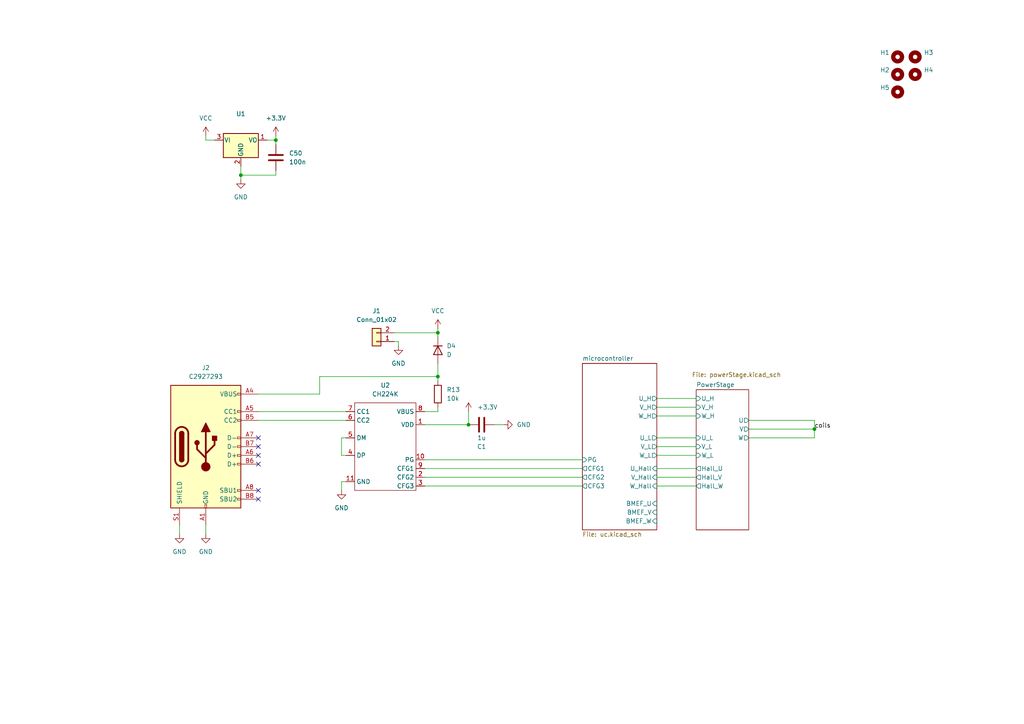
<source format=kicad_sch>
(kicad_sch (version 20211123) (generator eeschema)

  (uuid e1c4862f-0c2a-4e07-9cf3-2b0f16f7a6be)

  (paper "A4")

  (lib_symbols
    (symbol "Connector:USB_C_Receptacle_USB2.0" (pin_names (offset 1.016)) (in_bom yes) (on_board yes)
      (property "Reference" "J" (id 0) (at -10.16 19.05 0)
        (effects (font (size 1.27 1.27)) (justify left))
      )
      (property "Value" "USB_C_Receptacle_USB2.0" (id 1) (at 19.05 19.05 0)
        (effects (font (size 1.27 1.27)) (justify right))
      )
      (property "Footprint" "" (id 2) (at 3.81 0 0)
        (effects (font (size 1.27 1.27)) hide)
      )
      (property "Datasheet" "https://www.usb.org/sites/default/files/documents/usb_type-c.zip" (id 3) (at 3.81 0 0)
        (effects (font (size 1.27 1.27)) hide)
      )
      (property "ki_keywords" "usb universal serial bus type-C USB2.0" (id 4) (at 0 0 0)
        (effects (font (size 1.27 1.27)) hide)
      )
      (property "ki_description" "USB 2.0-only Type-C Receptacle connector" (id 5) (at 0 0 0)
        (effects (font (size 1.27 1.27)) hide)
      )
      (property "ki_fp_filters" "USB*C*Receptacle*" (id 6) (at 0 0 0)
        (effects (font (size 1.27 1.27)) hide)
      )
      (symbol "USB_C_Receptacle_USB2.0_0_0"
        (rectangle (start -0.254 -17.78) (end 0.254 -16.764)
          (stroke (width 0) (type default) (color 0 0 0 0))
          (fill (type none))
        )
        (rectangle (start 10.16 -14.986) (end 9.144 -15.494)
          (stroke (width 0) (type default) (color 0 0 0 0))
          (fill (type none))
        )
        (rectangle (start 10.16 -12.446) (end 9.144 -12.954)
          (stroke (width 0) (type default) (color 0 0 0 0))
          (fill (type none))
        )
        (rectangle (start 10.16 -4.826) (end 9.144 -5.334)
          (stroke (width 0) (type default) (color 0 0 0 0))
          (fill (type none))
        )
        (rectangle (start 10.16 -2.286) (end 9.144 -2.794)
          (stroke (width 0) (type default) (color 0 0 0 0))
          (fill (type none))
        )
        (rectangle (start 10.16 0.254) (end 9.144 -0.254)
          (stroke (width 0) (type default) (color 0 0 0 0))
          (fill (type none))
        )
        (rectangle (start 10.16 2.794) (end 9.144 2.286)
          (stroke (width 0) (type default) (color 0 0 0 0))
          (fill (type none))
        )
        (rectangle (start 10.16 7.874) (end 9.144 7.366)
          (stroke (width 0) (type default) (color 0 0 0 0))
          (fill (type none))
        )
        (rectangle (start 10.16 10.414) (end 9.144 9.906)
          (stroke (width 0) (type default) (color 0 0 0 0))
          (fill (type none))
        )
        (rectangle (start 10.16 15.494) (end 9.144 14.986)
          (stroke (width 0) (type default) (color 0 0 0 0))
          (fill (type none))
        )
      )
      (symbol "USB_C_Receptacle_USB2.0_0_1"
        (rectangle (start -10.16 17.78) (end 10.16 -17.78)
          (stroke (width 0.254) (type default) (color 0 0 0 0))
          (fill (type background))
        )
        (arc (start -8.89 -3.81) (mid -6.985 -5.715) (end -5.08 -3.81)
          (stroke (width 0.508) (type default) (color 0 0 0 0))
          (fill (type none))
        )
        (arc (start -7.62 -3.81) (mid -6.985 -4.445) (end -6.35 -3.81)
          (stroke (width 0.254) (type default) (color 0 0 0 0))
          (fill (type none))
        )
        (arc (start -7.62 -3.81) (mid -6.985 -4.445) (end -6.35 -3.81)
          (stroke (width 0.254) (type default) (color 0 0 0 0))
          (fill (type outline))
        )
        (rectangle (start -7.62 -3.81) (end -6.35 3.81)
          (stroke (width 0.254) (type default) (color 0 0 0 0))
          (fill (type outline))
        )
        (arc (start -6.35 3.81) (mid -6.985 4.445) (end -7.62 3.81)
          (stroke (width 0.254) (type default) (color 0 0 0 0))
          (fill (type none))
        )
        (arc (start -6.35 3.81) (mid -6.985 4.445) (end -7.62 3.81)
          (stroke (width 0.254) (type default) (color 0 0 0 0))
          (fill (type outline))
        )
        (arc (start -5.08 3.81) (mid -6.985 5.715) (end -8.89 3.81)
          (stroke (width 0.508) (type default) (color 0 0 0 0))
          (fill (type none))
        )
        (circle (center -2.54 1.143) (radius 0.635)
          (stroke (width 0.254) (type default) (color 0 0 0 0))
          (fill (type outline))
        )
        (circle (center 0 -5.842) (radius 1.27)
          (stroke (width 0) (type default) (color 0 0 0 0))
          (fill (type outline))
        )
        (polyline
          (pts
            (xy -8.89 -3.81)
            (xy -8.89 3.81)
          )
          (stroke (width 0.508) (type default) (color 0 0 0 0))
          (fill (type none))
        )
        (polyline
          (pts
            (xy -5.08 3.81)
            (xy -5.08 -3.81)
          )
          (stroke (width 0.508) (type default) (color 0 0 0 0))
          (fill (type none))
        )
        (polyline
          (pts
            (xy 0 -5.842)
            (xy 0 4.318)
          )
          (stroke (width 0.508) (type default) (color 0 0 0 0))
          (fill (type none))
        )
        (polyline
          (pts
            (xy 0 -3.302)
            (xy -2.54 -0.762)
            (xy -2.54 0.508)
          )
          (stroke (width 0.508) (type default) (color 0 0 0 0))
          (fill (type none))
        )
        (polyline
          (pts
            (xy 0 -2.032)
            (xy 2.54 0.508)
            (xy 2.54 1.778)
          )
          (stroke (width 0.508) (type default) (color 0 0 0 0))
          (fill (type none))
        )
        (polyline
          (pts
            (xy -1.27 4.318)
            (xy 0 6.858)
            (xy 1.27 4.318)
            (xy -1.27 4.318)
          )
          (stroke (width 0.254) (type default) (color 0 0 0 0))
          (fill (type outline))
        )
        (rectangle (start 1.905 1.778) (end 3.175 3.048)
          (stroke (width 0.254) (type default) (color 0 0 0 0))
          (fill (type outline))
        )
      )
      (symbol "USB_C_Receptacle_USB2.0_1_1"
        (pin passive line (at 0 -22.86 90) (length 5.08)
          (name "GND" (effects (font (size 1.27 1.27))))
          (number "A1" (effects (font (size 1.27 1.27))))
        )
        (pin passive line (at 0 -22.86 90) (length 5.08) hide
          (name "GND" (effects (font (size 1.27 1.27))))
          (number "A12" (effects (font (size 1.27 1.27))))
        )
        (pin passive line (at 15.24 15.24 180) (length 5.08)
          (name "VBUS" (effects (font (size 1.27 1.27))))
          (number "A4" (effects (font (size 1.27 1.27))))
        )
        (pin bidirectional line (at 15.24 10.16 180) (length 5.08)
          (name "CC1" (effects (font (size 1.27 1.27))))
          (number "A5" (effects (font (size 1.27 1.27))))
        )
        (pin bidirectional line (at 15.24 -2.54 180) (length 5.08)
          (name "D+" (effects (font (size 1.27 1.27))))
          (number "A6" (effects (font (size 1.27 1.27))))
        )
        (pin bidirectional line (at 15.24 2.54 180) (length 5.08)
          (name "D-" (effects (font (size 1.27 1.27))))
          (number "A7" (effects (font (size 1.27 1.27))))
        )
        (pin bidirectional line (at 15.24 -12.7 180) (length 5.08)
          (name "SBU1" (effects (font (size 1.27 1.27))))
          (number "A8" (effects (font (size 1.27 1.27))))
        )
        (pin passive line (at 15.24 15.24 180) (length 5.08) hide
          (name "VBUS" (effects (font (size 1.27 1.27))))
          (number "A9" (effects (font (size 1.27 1.27))))
        )
        (pin passive line (at 0 -22.86 90) (length 5.08) hide
          (name "GND" (effects (font (size 1.27 1.27))))
          (number "B1" (effects (font (size 1.27 1.27))))
        )
        (pin passive line (at 0 -22.86 90) (length 5.08) hide
          (name "GND" (effects (font (size 1.27 1.27))))
          (number "B12" (effects (font (size 1.27 1.27))))
        )
        (pin passive line (at 15.24 15.24 180) (length 5.08) hide
          (name "VBUS" (effects (font (size 1.27 1.27))))
          (number "B4" (effects (font (size 1.27 1.27))))
        )
        (pin bidirectional line (at 15.24 7.62 180) (length 5.08)
          (name "CC2" (effects (font (size 1.27 1.27))))
          (number "B5" (effects (font (size 1.27 1.27))))
        )
        (pin bidirectional line (at 15.24 -5.08 180) (length 5.08)
          (name "D+" (effects (font (size 1.27 1.27))))
          (number "B6" (effects (font (size 1.27 1.27))))
        )
        (pin bidirectional line (at 15.24 0 180) (length 5.08)
          (name "D-" (effects (font (size 1.27 1.27))))
          (number "B7" (effects (font (size 1.27 1.27))))
        )
        (pin bidirectional line (at 15.24 -15.24 180) (length 5.08)
          (name "SBU2" (effects (font (size 1.27 1.27))))
          (number "B8" (effects (font (size 1.27 1.27))))
        )
        (pin passive line (at 15.24 15.24 180) (length 5.08) hide
          (name "VBUS" (effects (font (size 1.27 1.27))))
          (number "B9" (effects (font (size 1.27 1.27))))
        )
        (pin passive line (at -7.62 -22.86 90) (length 5.08)
          (name "SHIELD" (effects (font (size 1.27 1.27))))
          (number "S1" (effects (font (size 1.27 1.27))))
        )
      )
    )
    (symbol "Connector_Generic:Conn_01x02" (pin_names (offset 1.016) hide) (in_bom yes) (on_board yes)
      (property "Reference" "J" (id 0) (at 0 2.54 0)
        (effects (font (size 1.27 1.27)))
      )
      (property "Value" "Conn_01x02" (id 1) (at 0 -5.08 0)
        (effects (font (size 1.27 1.27)))
      )
      (property "Footprint" "" (id 2) (at 0 0 0)
        (effects (font (size 1.27 1.27)) hide)
      )
      (property "Datasheet" "~" (id 3) (at 0 0 0)
        (effects (font (size 1.27 1.27)) hide)
      )
      (property "ki_keywords" "connector" (id 4) (at 0 0 0)
        (effects (font (size 1.27 1.27)) hide)
      )
      (property "ki_description" "Generic connector, single row, 01x02, script generated (kicad-library-utils/schlib/autogen/connector/)" (id 5) (at 0 0 0)
        (effects (font (size 1.27 1.27)) hide)
      )
      (property "ki_fp_filters" "Connector*:*_1x??_*" (id 6) (at 0 0 0)
        (effects (font (size 1.27 1.27)) hide)
      )
      (symbol "Conn_01x02_1_1"
        (rectangle (start -1.27 -2.413) (end 0 -2.667)
          (stroke (width 0.1524) (type default) (color 0 0 0 0))
          (fill (type none))
        )
        (rectangle (start -1.27 0.127) (end 0 -0.127)
          (stroke (width 0.1524) (type default) (color 0 0 0 0))
          (fill (type none))
        )
        (rectangle (start -1.27 1.27) (end 1.27 -3.81)
          (stroke (width 0.254) (type default) (color 0 0 0 0))
          (fill (type background))
        )
        (pin passive line (at -5.08 0 0) (length 3.81)
          (name "Pin_1" (effects (font (size 1.27 1.27))))
          (number "1" (effects (font (size 1.27 1.27))))
        )
        (pin passive line (at -5.08 -2.54 0) (length 3.81)
          (name "Pin_2" (effects (font (size 1.27 1.27))))
          (number "2" (effects (font (size 1.27 1.27))))
        )
      )
    )
    (symbol "Device:C" (pin_numbers hide) (pin_names (offset 0.254)) (in_bom yes) (on_board yes)
      (property "Reference" "C" (id 0) (at 0.635 2.54 0)
        (effects (font (size 1.27 1.27)) (justify left))
      )
      (property "Value" "C" (id 1) (at 0.635 -2.54 0)
        (effects (font (size 1.27 1.27)) (justify left))
      )
      (property "Footprint" "" (id 2) (at 0.9652 -3.81 0)
        (effects (font (size 1.27 1.27)) hide)
      )
      (property "Datasheet" "~" (id 3) (at 0 0 0)
        (effects (font (size 1.27 1.27)) hide)
      )
      (property "ki_keywords" "cap capacitor" (id 4) (at 0 0 0)
        (effects (font (size 1.27 1.27)) hide)
      )
      (property "ki_description" "Unpolarized capacitor" (id 5) (at 0 0 0)
        (effects (font (size 1.27 1.27)) hide)
      )
      (property "ki_fp_filters" "C_*" (id 6) (at 0 0 0)
        (effects (font (size 1.27 1.27)) hide)
      )
      (symbol "C_0_1"
        (polyline
          (pts
            (xy -2.032 -0.762)
            (xy 2.032 -0.762)
          )
          (stroke (width 0.508) (type default) (color 0 0 0 0))
          (fill (type none))
        )
        (polyline
          (pts
            (xy -2.032 0.762)
            (xy 2.032 0.762)
          )
          (stroke (width 0.508) (type default) (color 0 0 0 0))
          (fill (type none))
        )
      )
      (symbol "C_1_1"
        (pin passive line (at 0 3.81 270) (length 2.794)
          (name "~" (effects (font (size 1.27 1.27))))
          (number "1" (effects (font (size 1.27 1.27))))
        )
        (pin passive line (at 0 -3.81 90) (length 2.794)
          (name "~" (effects (font (size 1.27 1.27))))
          (number "2" (effects (font (size 1.27 1.27))))
        )
      )
    )
    (symbol "Device:D" (pin_numbers hide) (pin_names (offset 1.016) hide) (in_bom yes) (on_board yes)
      (property "Reference" "D" (id 0) (at 0 2.54 0)
        (effects (font (size 1.27 1.27)))
      )
      (property "Value" "D" (id 1) (at 0 -2.54 0)
        (effects (font (size 1.27 1.27)))
      )
      (property "Footprint" "" (id 2) (at 0 0 0)
        (effects (font (size 1.27 1.27)) hide)
      )
      (property "Datasheet" "~" (id 3) (at 0 0 0)
        (effects (font (size 1.27 1.27)) hide)
      )
      (property "ki_keywords" "diode" (id 4) (at 0 0 0)
        (effects (font (size 1.27 1.27)) hide)
      )
      (property "ki_description" "Diode" (id 5) (at 0 0 0)
        (effects (font (size 1.27 1.27)) hide)
      )
      (property "ki_fp_filters" "TO-???* *_Diode_* *SingleDiode* D_*" (id 6) (at 0 0 0)
        (effects (font (size 1.27 1.27)) hide)
      )
      (symbol "D_0_1"
        (polyline
          (pts
            (xy -1.27 1.27)
            (xy -1.27 -1.27)
          )
          (stroke (width 0.254) (type default) (color 0 0 0 0))
          (fill (type none))
        )
        (polyline
          (pts
            (xy 1.27 0)
            (xy -1.27 0)
          )
          (stroke (width 0) (type default) (color 0 0 0 0))
          (fill (type none))
        )
        (polyline
          (pts
            (xy 1.27 1.27)
            (xy 1.27 -1.27)
            (xy -1.27 0)
            (xy 1.27 1.27)
          )
          (stroke (width 0.254) (type default) (color 0 0 0 0))
          (fill (type none))
        )
      )
      (symbol "D_1_1"
        (pin passive line (at -3.81 0 0) (length 2.54)
          (name "K" (effects (font (size 1.27 1.27))))
          (number "1" (effects (font (size 1.27 1.27))))
        )
        (pin passive line (at 3.81 0 180) (length 2.54)
          (name "A" (effects (font (size 1.27 1.27))))
          (number "2" (effects (font (size 1.27 1.27))))
        )
      )
    )
    (symbol "Device:R" (pin_numbers hide) (pin_names (offset 0)) (in_bom yes) (on_board yes)
      (property "Reference" "R" (id 0) (at 2.032 0 90)
        (effects (font (size 1.27 1.27)))
      )
      (property "Value" "R" (id 1) (at 0 0 90)
        (effects (font (size 1.27 1.27)))
      )
      (property "Footprint" "" (id 2) (at -1.778 0 90)
        (effects (font (size 1.27 1.27)) hide)
      )
      (property "Datasheet" "~" (id 3) (at 0 0 0)
        (effects (font (size 1.27 1.27)) hide)
      )
      (property "ki_keywords" "R res resistor" (id 4) (at 0 0 0)
        (effects (font (size 1.27 1.27)) hide)
      )
      (property "ki_description" "Resistor" (id 5) (at 0 0 0)
        (effects (font (size 1.27 1.27)) hide)
      )
      (property "ki_fp_filters" "R_*" (id 6) (at 0 0 0)
        (effects (font (size 1.27 1.27)) hide)
      )
      (symbol "R_0_1"
        (rectangle (start -1.016 -2.54) (end 1.016 2.54)
          (stroke (width 0.254) (type default) (color 0 0 0 0))
          (fill (type none))
        )
      )
      (symbol "R_1_1"
        (pin passive line (at 0 3.81 270) (length 1.27)
          (name "~" (effects (font (size 1.27 1.27))))
          (number "1" (effects (font (size 1.27 1.27))))
        )
        (pin passive line (at 0 -3.81 90) (length 1.27)
          (name "~" (effects (font (size 1.27 1.27))))
          (number "2" (effects (font (size 1.27 1.27))))
        )
      )
    )
    (symbol "Mechanical:MountingHole" (pin_names (offset 1.016)) (in_bom yes) (on_board yes)
      (property "Reference" "H" (id 0) (at 0 5.08 0)
        (effects (font (size 1.27 1.27)))
      )
      (property "Value" "MountingHole" (id 1) (at 0 3.175 0)
        (effects (font (size 1.27 1.27)))
      )
      (property "Footprint" "" (id 2) (at 0 0 0)
        (effects (font (size 1.27 1.27)) hide)
      )
      (property "Datasheet" "~" (id 3) (at 0 0 0)
        (effects (font (size 1.27 1.27)) hide)
      )
      (property "ki_keywords" "mounting hole" (id 4) (at 0 0 0)
        (effects (font (size 1.27 1.27)) hide)
      )
      (property "ki_description" "Mounting Hole without connection" (id 5) (at 0 0 0)
        (effects (font (size 1.27 1.27)) hide)
      )
      (property "ki_fp_filters" "MountingHole*" (id 6) (at 0 0 0)
        (effects (font (size 1.27 1.27)) hide)
      )
      (symbol "MountingHole_0_1"
        (circle (center 0 0) (radius 1.27)
          (stroke (width 1.27) (type default) (color 0 0 0 0))
          (fill (type none))
        )
      )
    )
    (symbol "Regulator_Linear:AP7384-33V" (pin_names (offset 0.254)) (in_bom yes) (on_board yes)
      (property "Reference" "U" (id 0) (at -3.81 3.175 0)
        (effects (font (size 1.27 1.27)))
      )
      (property "Value" "AP7384-33V" (id 1) (at 0 3.175 0)
        (effects (font (size 1.27 1.27)) (justify left))
      )
      (property "Footprint" "Package_TO_SOT_THT:TO-92_Inline_Wide" (id 2) (at 0 5.715 0)
        (effects (font (size 1.27 1.27) italic) hide)
      )
      (property "Datasheet" "https://www.diodes.com/assets/Datasheets/AP7384.pdf" (id 3) (at 0 0 0)
        (effects (font (size 1.27 1.27)) hide)
      )
      (property "ki_keywords" "50mA LDO Regulator Fixed Positive" (id 4) (at 0 0 0)
        (effects (font (size 1.27 1.27)) hide)
      )
      (property "ki_description" "50mA Low Dropout Voltage Regulator, Fixed Output 3.3V, Wide Input Voltage Range 40V, TO-92" (id 5) (at 0 0 0)
        (effects (font (size 1.27 1.27)) hide)
      )
      (property "ki_fp_filters" "TO?92*" (id 6) (at 0 0 0)
        (effects (font (size 1.27 1.27)) hide)
      )
      (symbol "AP7384-33V_0_1"
        (rectangle (start -5.08 1.905) (end 5.08 -5.08)
          (stroke (width 0.254) (type default) (color 0 0 0 0))
          (fill (type background))
        )
      )
      (symbol "AP7384-33V_1_1"
        (pin power_out line (at 7.62 0 180) (length 2.54)
          (name "VO" (effects (font (size 1.27 1.27))))
          (number "1" (effects (font (size 1.27 1.27))))
        )
        (pin power_in line (at 0 -7.62 90) (length 2.54)
          (name "GND" (effects (font (size 1.27 1.27))))
          (number "2" (effects (font (size 1.27 1.27))))
        )
        (pin power_in line (at -7.62 0 0) (length 2.54)
          (name "VI" (effects (font (size 1.27 1.27))))
          (number "3" (effects (font (size 1.27 1.27))))
        )
      )
    )
    (symbol "Sciencedays:CH224K" (in_bom yes) (on_board yes)
      (property "Reference" "U" (id 0) (at 0 16.51 0)
        (effects (font (size 1.27 1.27)))
      )
      (property "Value" "CH224K" (id 1) (at 0 13.97 0)
        (effects (font (size 1.27 1.27)))
      )
      (property "Footprint" "" (id 2) (at -3.81 5.08 0)
        (effects (font (size 1.27 1.27)) hide)
      )
      (property "Datasheet" "" (id 3) (at -3.81 5.08 0)
        (effects (font (size 1.27 1.27)) hide)
      )
      (symbol "CH224K_0_1"
        (rectangle (start -8.89 12.7) (end 8.89 -12.7)
          (stroke (width 0) (type default) (color 0 0 0 0))
          (fill (type none))
        )
      )
      (symbol "CH224K_1_1"
        (pin power_in line (at 11.43 6.35 180) (length 2.54)
          (name "VDD" (effects (font (size 1.27 1.27))))
          (number "1" (effects (font (size 1.27 1.27))))
        )
        (pin input line (at 11.43 -3.81 180) (length 2.54)
          (name "PG" (effects (font (size 1.27 1.27))))
          (number "10" (effects (font (size 1.27 1.27))))
        )
        (pin power_in line (at -11.43 -10.16 0) (length 2.54)
          (name "GND" (effects (font (size 1.27 1.27))))
          (number "11" (effects (font (size 1.27 1.27))))
        )
        (pin input line (at 11.43 -8.89 180) (length 2.54)
          (name "CFG2" (effects (font (size 1.27 1.27))))
          (number "2" (effects (font (size 1.27 1.27))))
        )
        (pin input line (at 11.43 -11.43 180) (length 2.54)
          (name "CFG3" (effects (font (size 1.27 1.27))))
          (number "3" (effects (font (size 1.27 1.27))))
        )
        (pin input line (at -11.43 -2.54 0) (length 2.54)
          (name "DP" (effects (font (size 1.27 1.27))))
          (number "4" (effects (font (size 1.27 1.27))))
        )
        (pin input line (at -11.43 2.54 0) (length 2.54)
          (name "DM" (effects (font (size 1.27 1.27))))
          (number "5" (effects (font (size 1.27 1.27))))
        )
        (pin input line (at -11.43 7.62 0) (length 2.54)
          (name "CC2" (effects (font (size 1.27 1.27))))
          (number "6" (effects (font (size 1.27 1.27))))
        )
        (pin input line (at -11.43 10.16 0) (length 2.54)
          (name "CC1" (effects (font (size 1.27 1.27))))
          (number "7" (effects (font (size 1.27 1.27))))
        )
        (pin input line (at 11.43 10.16 180) (length 2.54)
          (name "VBUS" (effects (font (size 1.27 1.27))))
          (number "8" (effects (font (size 1.27 1.27))))
        )
        (pin input line (at 11.43 -6.35 180) (length 2.54)
          (name "CFG1" (effects (font (size 1.27 1.27))))
          (number "9" (effects (font (size 1.27 1.27))))
        )
      )
    )
    (symbol "power:+3.3V" (power) (pin_names (offset 0)) (in_bom yes) (on_board yes)
      (property "Reference" "#PWR" (id 0) (at 0 -3.81 0)
        (effects (font (size 1.27 1.27)) hide)
      )
      (property "Value" "+3.3V" (id 1) (at 0 3.556 0)
        (effects (font (size 1.27 1.27)))
      )
      (property "Footprint" "" (id 2) (at 0 0 0)
        (effects (font (size 1.27 1.27)) hide)
      )
      (property "Datasheet" "" (id 3) (at 0 0 0)
        (effects (font (size 1.27 1.27)) hide)
      )
      (property "ki_keywords" "power-flag" (id 4) (at 0 0 0)
        (effects (font (size 1.27 1.27)) hide)
      )
      (property "ki_description" "Power symbol creates a global label with name \"+3.3V\"" (id 5) (at 0 0 0)
        (effects (font (size 1.27 1.27)) hide)
      )
      (symbol "+3.3V_0_1"
        (polyline
          (pts
            (xy -0.762 1.27)
            (xy 0 2.54)
          )
          (stroke (width 0) (type default) (color 0 0 0 0))
          (fill (type none))
        )
        (polyline
          (pts
            (xy 0 0)
            (xy 0 2.54)
          )
          (stroke (width 0) (type default) (color 0 0 0 0))
          (fill (type none))
        )
        (polyline
          (pts
            (xy 0 2.54)
            (xy 0.762 1.27)
          )
          (stroke (width 0) (type default) (color 0 0 0 0))
          (fill (type none))
        )
      )
      (symbol "+3.3V_1_1"
        (pin power_in line (at 0 0 90) (length 0) hide
          (name "+3.3V" (effects (font (size 1.27 1.27))))
          (number "1" (effects (font (size 1.27 1.27))))
        )
      )
    )
    (symbol "power:GND" (power) (pin_names (offset 0)) (in_bom yes) (on_board yes)
      (property "Reference" "#PWR" (id 0) (at 0 -6.35 0)
        (effects (font (size 1.27 1.27)) hide)
      )
      (property "Value" "GND" (id 1) (at 0 -3.81 0)
        (effects (font (size 1.27 1.27)))
      )
      (property "Footprint" "" (id 2) (at 0 0 0)
        (effects (font (size 1.27 1.27)) hide)
      )
      (property "Datasheet" "" (id 3) (at 0 0 0)
        (effects (font (size 1.27 1.27)) hide)
      )
      (property "ki_keywords" "power-flag" (id 4) (at 0 0 0)
        (effects (font (size 1.27 1.27)) hide)
      )
      (property "ki_description" "Power symbol creates a global label with name \"GND\" , ground" (id 5) (at 0 0 0)
        (effects (font (size 1.27 1.27)) hide)
      )
      (symbol "GND_0_1"
        (polyline
          (pts
            (xy 0 0)
            (xy 0 -1.27)
            (xy 1.27 -1.27)
            (xy 0 -2.54)
            (xy -1.27 -1.27)
            (xy 0 -1.27)
          )
          (stroke (width 0) (type default) (color 0 0 0 0))
          (fill (type none))
        )
      )
      (symbol "GND_1_1"
        (pin power_in line (at 0 0 270) (length 0) hide
          (name "GND" (effects (font (size 1.27 1.27))))
          (number "1" (effects (font (size 1.27 1.27))))
        )
      )
    )
    (symbol "power:VCC" (power) (pin_names (offset 0)) (in_bom yes) (on_board yes)
      (property "Reference" "#PWR" (id 0) (at 0 -3.81 0)
        (effects (font (size 1.27 1.27)) hide)
      )
      (property "Value" "VCC" (id 1) (at 0 3.81 0)
        (effects (font (size 1.27 1.27)))
      )
      (property "Footprint" "" (id 2) (at 0 0 0)
        (effects (font (size 1.27 1.27)) hide)
      )
      (property "Datasheet" "" (id 3) (at 0 0 0)
        (effects (font (size 1.27 1.27)) hide)
      )
      (property "ki_keywords" "power-flag" (id 4) (at 0 0 0)
        (effects (font (size 1.27 1.27)) hide)
      )
      (property "ki_description" "Power symbol creates a global label with name \"VCC\"" (id 5) (at 0 0 0)
        (effects (font (size 1.27 1.27)) hide)
      )
      (symbol "VCC_0_1"
        (polyline
          (pts
            (xy -0.762 1.27)
            (xy 0 2.54)
          )
          (stroke (width 0) (type default) (color 0 0 0 0))
          (fill (type none))
        )
        (polyline
          (pts
            (xy 0 0)
            (xy 0 2.54)
          )
          (stroke (width 0) (type default) (color 0 0 0 0))
          (fill (type none))
        )
        (polyline
          (pts
            (xy 0 2.54)
            (xy 0.762 1.27)
          )
          (stroke (width 0) (type default) (color 0 0 0 0))
          (fill (type none))
        )
      )
      (symbol "VCC_1_1"
        (pin power_in line (at 0 0 90) (length 0) hide
          (name "VCC" (effects (font (size 1.27 1.27))))
          (number "1" (effects (font (size 1.27 1.27))))
        )
      )
    )
  )

  (junction (at 236.22 124.46) (diameter 0) (color 0 0 0 0)
    (uuid 1177a255-1f30-47f3-b262-299548c668e1)
  )
  (junction (at 127 96.52) (diameter 0) (color 0 0 0 0)
    (uuid 37a059cc-3449-4c48-8572-451690e0e985)
  )
  (junction (at 127 109.22) (diameter 0) (color 0 0 0 0)
    (uuid 434ce4ef-c49d-4167-9e13-74a339402a50)
  )
  (junction (at 135.89 123.19) (diameter 0) (color 0 0 0 0)
    (uuid 74980043-ba19-497e-b866-3393592f6967)
  )
  (junction (at 69.85 50.8) (diameter 0) (color 0 0 0 0)
    (uuid 8cd0dbab-6828-443b-88a0-b6c6cc373f00)
  )
  (junction (at 80.01 40.64) (diameter 0) (color 0 0 0 0)
    (uuid a8471ba9-37a2-4b33-80da-0e2632b6c054)
  )

  (no_connect (at 74.93 144.78) (uuid 92e12341-4b15-44c6-824f-24ce58d97017))
  (no_connect (at 74.93 142.24) (uuid 92e12341-4b15-44c6-824f-24ce58d97018))
  (no_connect (at 74.93 132.08) (uuid b7931000-5931-48d1-8f28-242ca44c3567))
  (no_connect (at 74.93 134.62) (uuid b7931000-5931-48d1-8f28-242ca44c3568))
  (no_connect (at 74.93 129.54) (uuid b7931000-5931-48d1-8f28-242ca44c3569))
  (no_connect (at 74.93 127) (uuid b7931000-5931-48d1-8f28-242ca44c356a))

  (wire (pts (xy 80.01 49.53) (xy 80.01 50.8))
    (stroke (width 0) (type default) (color 0 0 0 0))
    (uuid 0302446b-cbdd-48e7-92f5-5514a70c76c9)
  )
  (wire (pts (xy 127 96.52) (xy 127 97.79))
    (stroke (width 0) (type default) (color 0 0 0 0))
    (uuid 0c72eebc-84b6-4a4f-a1a8-0579c896399f)
  )
  (wire (pts (xy 127 109.22) (xy 127 110.49))
    (stroke (width 0) (type default) (color 0 0 0 0))
    (uuid 191f318d-b5ad-4f65-a23a-3988633677b6)
  )
  (wire (pts (xy 190.5 120.65) (xy 201.93 120.65))
    (stroke (width 0) (type default) (color 0 0 0 0))
    (uuid 1994c82b-1396-4dec-984d-69bbd5169a29)
  )
  (wire (pts (xy 190.5 129.54) (xy 201.93 129.54))
    (stroke (width 0) (type default) (color 0 0 0 0))
    (uuid 1d02cb45-f279-454a-b7b7-2b12910d5d35)
  )
  (wire (pts (xy 92.71 114.3) (xy 92.71 109.22))
    (stroke (width 0) (type default) (color 0 0 0 0))
    (uuid 235ab2a8-26e5-4dc7-bf56-26859bc48023)
  )
  (wire (pts (xy 127 119.38) (xy 123.19 119.38))
    (stroke (width 0) (type default) (color 0 0 0 0))
    (uuid 271e24a5-05db-4f69-8a0a-5c829dc46a1f)
  )
  (wire (pts (xy 80.01 50.8) (xy 69.85 50.8))
    (stroke (width 0) (type default) (color 0 0 0 0))
    (uuid 2870bd1d-85dc-4917-ade8-1b2dc09c07ba)
  )
  (wire (pts (xy 217.17 121.92) (xy 236.22 121.92))
    (stroke (width 0) (type default) (color 0 0 0 0))
    (uuid 36833ea9-a0a7-4121-918b-3967e3bd9032)
  )
  (wire (pts (xy 69.85 48.26) (xy 69.85 50.8))
    (stroke (width 0) (type default) (color 0 0 0 0))
    (uuid 3c8b8e75-e571-482c-a34f-6e349f92bf42)
  )
  (wire (pts (xy 99.06 139.7) (xy 100.33 139.7))
    (stroke (width 0) (type default) (color 0 0 0 0))
    (uuid 46aa55ef-19c3-4e76-b920-74c77ed20b7c)
  )
  (wire (pts (xy 143.51 123.19) (xy 146.05 123.19))
    (stroke (width 0) (type default) (color 0 0 0 0))
    (uuid 4a3a8a62-f997-400a-9c18-9cfa37bd74ff)
  )
  (wire (pts (xy 217.17 127) (xy 236.22 127))
    (stroke (width 0) (type default) (color 0 0 0 0))
    (uuid 4ce3782f-0d16-4ab9-99d2-0c0b941c9dd5)
  )
  (wire (pts (xy 135.89 119.38) (xy 135.89 123.19))
    (stroke (width 0) (type default) (color 0 0 0 0))
    (uuid 6030bd8c-feea-4baf-a0db-6d741b90e009)
  )
  (wire (pts (xy 190.5 118.11) (xy 201.93 118.11))
    (stroke (width 0) (type default) (color 0 0 0 0))
    (uuid 6abdd261-a485-47bd-ac7c-507412168fa6)
  )
  (wire (pts (xy 80.01 40.64) (xy 80.01 41.91))
    (stroke (width 0) (type default) (color 0 0 0 0))
    (uuid 6e6009ac-e0aa-467f-9886-aa991f59947c)
  )
  (wire (pts (xy 114.3 96.52) (xy 127 96.52))
    (stroke (width 0) (type default) (color 0 0 0 0))
    (uuid 6f674c3e-2797-4b4a-8d7c-539150090242)
  )
  (wire (pts (xy 123.19 135.89) (xy 168.91 135.89))
    (stroke (width 0) (type default) (color 0 0 0 0))
    (uuid 78198ba2-f673-4452-8171-279d633f8595)
  )
  (wire (pts (xy 69.85 50.8) (xy 69.85 52.07))
    (stroke (width 0) (type default) (color 0 0 0 0))
    (uuid 78321989-0cf5-4903-ad6a-28d27d10976d)
  )
  (wire (pts (xy 74.93 114.3) (xy 92.71 114.3))
    (stroke (width 0) (type default) (color 0 0 0 0))
    (uuid 78d253a3-55c8-48ad-9a05-2bb5dfe2b032)
  )
  (wire (pts (xy 236.22 121.92) (xy 236.22 124.46))
    (stroke (width 0) (type default) (color 0 0 0 0))
    (uuid 7e625243-ef90-482d-942e-b3bbca5ba4ff)
  )
  (wire (pts (xy 123.19 123.19) (xy 135.89 123.19))
    (stroke (width 0) (type default) (color 0 0 0 0))
    (uuid 7f95e2ea-daac-4b39-a8b3-03fffc1b4400)
  )
  (wire (pts (xy 190.5 127) (xy 201.93 127))
    (stroke (width 0) (type default) (color 0 0 0 0))
    (uuid 7ffba384-c908-4a98-bc52-b6c39e8e77c4)
  )
  (wire (pts (xy 59.69 39.37) (xy 59.69 40.64))
    (stroke (width 0) (type default) (color 0 0 0 0))
    (uuid 81ccfc32-febf-4d19-904f-588d5d33525d)
  )
  (wire (pts (xy 77.47 40.64) (xy 80.01 40.64))
    (stroke (width 0) (type default) (color 0 0 0 0))
    (uuid 842dad7f-641d-4c0c-b402-d25aa10b2dff)
  )
  (wire (pts (xy 236.22 124.46) (xy 236.22 127))
    (stroke (width 0) (type default) (color 0 0 0 0))
    (uuid 8b52c337-737b-46da-9662-e5392899256b)
  )
  (wire (pts (xy 59.69 40.64) (xy 62.23 40.64))
    (stroke (width 0) (type default) (color 0 0 0 0))
    (uuid 8f3ba3cb-add4-4734-93ee-fdef7c967a38)
  )
  (wire (pts (xy 217.17 124.46) (xy 236.22 124.46))
    (stroke (width 0) (type default) (color 0 0 0 0))
    (uuid 97d9e870-afcc-481a-9513-b7614a76a8f4)
  )
  (wire (pts (xy 114.3 99.06) (xy 115.57 99.06))
    (stroke (width 0) (type default) (color 0 0 0 0))
    (uuid 9b5cfd3a-b1a6-4c39-b328-16af3142f431)
  )
  (wire (pts (xy 127 105.41) (xy 127 109.22))
    (stroke (width 0) (type default) (color 0 0 0 0))
    (uuid 9dbbb906-0600-46c9-819e-8e9ceb42b653)
  )
  (wire (pts (xy 52.07 152.4) (xy 52.07 154.94))
    (stroke (width 0) (type default) (color 0 0 0 0))
    (uuid a79a0360-61ad-46a5-90f9-2894504e2609)
  )
  (wire (pts (xy 100.33 127) (xy 99.06 127))
    (stroke (width 0) (type default) (color 0 0 0 0))
    (uuid b2ae9940-2c34-46cc-9700-dfd0b314a0b0)
  )
  (wire (pts (xy 190.5 115.57) (xy 201.93 115.57))
    (stroke (width 0) (type default) (color 0 0 0 0))
    (uuid b83303cd-6c29-4f6b-a740-9674706a6834)
  )
  (wire (pts (xy 127 95.25) (xy 127 96.52))
    (stroke (width 0) (type default) (color 0 0 0 0))
    (uuid b95b01ad-951c-4ad7-9edb-c523415c92c0)
  )
  (wire (pts (xy 190.5 140.97) (xy 201.93 140.97))
    (stroke (width 0) (type default) (color 0 0 0 0))
    (uuid bc3b1171-a961-402e-a528-a37d0f9c6b8f)
  )
  (wire (pts (xy 99.06 142.24) (xy 99.06 139.7))
    (stroke (width 0) (type default) (color 0 0 0 0))
    (uuid bda4c433-94f3-4d2f-b14b-17c50b1377e6)
  )
  (wire (pts (xy 190.5 132.08) (xy 201.93 132.08))
    (stroke (width 0) (type default) (color 0 0 0 0))
    (uuid c0cc63d0-dae6-46e4-b87f-8c6a13bec243)
  )
  (wire (pts (xy 59.69 152.4) (xy 59.69 154.94))
    (stroke (width 0) (type default) (color 0 0 0 0))
    (uuid c20ebacc-0cd6-4845-8c5f-b2c2565e6bc0)
  )
  (wire (pts (xy 123.19 133.35) (xy 168.91 133.35))
    (stroke (width 0) (type default) (color 0 0 0 0))
    (uuid c30ccce6-415b-4439-aa4e-df55a56420aa)
  )
  (wire (pts (xy 123.19 138.43) (xy 168.91 138.43))
    (stroke (width 0) (type default) (color 0 0 0 0))
    (uuid c5f6650e-b72b-445e-9268-407a914bff34)
  )
  (wire (pts (xy 115.57 100.33) (xy 115.57 99.06))
    (stroke (width 0) (type default) (color 0 0 0 0))
    (uuid ca376710-88dc-43b9-93ba-3054d02f5f82)
  )
  (wire (pts (xy 123.19 140.97) (xy 168.91 140.97))
    (stroke (width 0) (type default) (color 0 0 0 0))
    (uuid cb4a7ed8-6f8f-4ff5-a2e9-920985144d84)
  )
  (wire (pts (xy 99.06 127) (xy 99.06 132.08))
    (stroke (width 0) (type default) (color 0 0 0 0))
    (uuid cbba9355-7a76-424e-9ae5-892615e1f86e)
  )
  (wire (pts (xy 99.06 132.08) (xy 100.33 132.08))
    (stroke (width 0) (type default) (color 0 0 0 0))
    (uuid d55d19b8-89f5-4d88-90db-6fabbbca1692)
  )
  (wire (pts (xy 127 118.11) (xy 127 119.38))
    (stroke (width 0) (type default) (color 0 0 0 0))
    (uuid d88f3c03-89a5-433e-afd6-6b1fd1b876ed)
  )
  (wire (pts (xy 190.5 138.43) (xy 201.93 138.43))
    (stroke (width 0) (type default) (color 0 0 0 0))
    (uuid da983075-f167-4b6a-af61-027c01fe2f08)
  )
  (wire (pts (xy 80.01 40.64) (xy 80.01 39.37))
    (stroke (width 0) (type default) (color 0 0 0 0))
    (uuid e5c087e7-da39-4739-aa15-ac1b82002154)
  )
  (wire (pts (xy 74.93 119.38) (xy 100.33 119.38))
    (stroke (width 0) (type default) (color 0 0 0 0))
    (uuid f52de395-07c5-4bf3-a3aa-671ae22ad862)
  )
  (wire (pts (xy 190.5 135.89) (xy 201.93 135.89))
    (stroke (width 0) (type default) (color 0 0 0 0))
    (uuid f69a5033-a5ab-4659-96d5-9b4b4d7e3a42)
  )
  (wire (pts (xy 92.71 109.22) (xy 127 109.22))
    (stroke (width 0) (type default) (color 0 0 0 0))
    (uuid f6a919de-1b5e-4222-bafd-66a9904464c2)
  )
  (wire (pts (xy 74.93 121.92) (xy 100.33 121.92))
    (stroke (width 0) (type default) (color 0 0 0 0))
    (uuid f7af28d0-c07b-4943-95ef-475c358eadf2)
  )

  (label "coils" (at 236.22 124.46 0)
    (effects (font (size 1.27 1.27)) (justify left bottom))
    (uuid 2a97356a-5f6a-4be6-9131-24c90e65dff2)
  )

  (symbol (lib_id "Device:C") (at 139.7 123.19 270) (unit 1)
    (in_bom yes) (on_board yes)
    (uuid 09d93a78-0d59-4946-a248-92d1eacc7d76)
    (property "Reference" "C1" (id 0) (at 139.7 129.54 90))
    (property "Value" "1u" (id 1) (at 139.7 127 90))
    (property "Footprint" "Capacitor_THT:C_Disc_D7.5mm_W2.5mm_P5.00mm" (id 2) (at 135.89 124.1552 0)
      (effects (font (size 1.27 1.27)) hide)
    )
    (property "Datasheet" "~" (id 3) (at 139.7 123.19 0)
      (effects (font (size 1.27 1.27)) hide)
    )
    (pin "1" (uuid f1cc376f-e709-4e9d-9975-064996258e1d))
    (pin "2" (uuid 6bb61eea-9889-4e8d-ae23-6bc0fcaa052d))
  )

  (symbol (lib_id "power:GND") (at 115.57 100.33 0) (unit 1)
    (in_bom yes) (on_board yes) (fields_autoplaced)
    (uuid 0cb9e1cb-bed9-4834-a7b7-5ec438fdf22c)
    (property "Reference" "#PWR02" (id 0) (at 115.57 106.68 0)
      (effects (font (size 1.27 1.27)) hide)
    )
    (property "Value" "GND" (id 1) (at 115.57 105.41 0))
    (property "Footprint" "" (id 2) (at 115.57 100.33 0)
      (effects (font (size 1.27 1.27)) hide)
    )
    (property "Datasheet" "" (id 3) (at 115.57 100.33 0)
      (effects (font (size 1.27 1.27)) hide)
    )
    (pin "1" (uuid 753ab3b0-64fc-47d2-b931-c3eb8b70d9a7))
  )

  (symbol (lib_id "Device:C") (at 80.01 45.72 0) (unit 1)
    (in_bom yes) (on_board yes) (fields_autoplaced)
    (uuid 12a5b599-18c8-4964-9700-192ed274d707)
    (property "Reference" "C50" (id 0) (at 83.82 44.4499 0)
      (effects (font (size 1.27 1.27)) (justify left))
    )
    (property "Value" "100n" (id 1) (at 83.82 46.9899 0)
      (effects (font (size 1.27 1.27)) (justify left))
    )
    (property "Footprint" "Capacitor_SMD:C_0603_1608Metric_Pad1.08x0.95mm_HandSolder" (id 2) (at 80.9752 49.53 0)
      (effects (font (size 1.27 1.27)) hide)
    )
    (property "Datasheet" "~" (id 3) (at 80.01 45.72 0)
      (effects (font (size 1.27 1.27)) hide)
    )
    (pin "1" (uuid 77f112d7-6de1-4685-af40-28be7548fd1d))
    (pin "2" (uuid d1561553-31b1-4897-b34c-624b82e9787f))
  )

  (symbol (lib_id "Connector:USB_C_Receptacle_USB2.0") (at 59.69 129.54 0) (unit 1)
    (in_bom yes) (on_board yes) (fields_autoplaced)
    (uuid 1999db8d-f9ea-4372-9c6c-efaf596ad52d)
    (property "Reference" "J2" (id 0) (at 59.69 106.68 0))
    (property "Value" "C2927293" (id 1) (at 59.69 109.22 0))
    (property "Footprint" "Sciencedays:USB_C_C2927293" (id 2) (at 63.5 129.54 0)
      (effects (font (size 1.27 1.27)) hide)
    )
    (property "Datasheet" "https://www.usb.org/sites/default/files/documents/usb_type-c.zip" (id 3) (at 63.5 129.54 0)
      (effects (font (size 1.27 1.27)) hide)
    )
    (pin "A1" (uuid ce953b19-d62c-4f46-987c-25e63e2c6aba))
    (pin "A12" (uuid dee4702f-ced5-4035-b91b-4577e2713879))
    (pin "A4" (uuid f2e7eaf9-4830-4028-87f7-0afc2eca74d5))
    (pin "A5" (uuid 1f14525b-57a4-4d95-ad2c-07d56dc02c55))
    (pin "A6" (uuid ade0f788-b99b-417e-b244-f7128c88801c))
    (pin "A7" (uuid cc69dc57-4371-4391-8428-969ee44870fd))
    (pin "A8" (uuid d2d8bb35-eec1-4637-8520-14c1bf4877c9))
    (pin "A9" (uuid 9b33fce3-ec77-46f9-b334-32cbba32b8f0))
    (pin "B1" (uuid 9f96d542-d497-4547-a9f3-ae4fb403ce2a))
    (pin "B12" (uuid 85935400-3068-4590-8fba-40314d36ab1b))
    (pin "B4" (uuid 7c82ac0e-402f-4690-a9bc-1c15720a13fc))
    (pin "B5" (uuid 3fabd9a5-57f7-4ae8-a713-bc62b00a53bf))
    (pin "B6" (uuid 9d7acbfd-d265-4199-8d8e-7c4e30ee5430))
    (pin "B7" (uuid 3fcc74da-cdd2-4252-8c50-c63f0bcaf59f))
    (pin "B8" (uuid 070f2d04-0067-4d69-a8e4-24d8edbb06ed))
    (pin "B9" (uuid e83c742c-76c5-4782-a437-2b81efb04470))
    (pin "S1" (uuid ed659a43-8fc7-4135-bbe9-03177bbd956e))
  )

  (symbol (lib_id "power:+3.3V") (at 135.89 119.38 0) (mirror y) (unit 1)
    (in_bom yes) (on_board yes) (fields_autoplaced)
    (uuid 6170517b-7364-4764-8a1d-1c1186e1e106)
    (property "Reference" "#PWR0101" (id 0) (at 135.89 123.19 0)
      (effects (font (size 1.27 1.27)) hide)
    )
    (property "Value" "+3.3V" (id 1) (at 138.43 118.1099 0)
      (effects (font (size 1.27 1.27)) (justify right))
    )
    (property "Footprint" "" (id 2) (at 135.89 119.38 0)
      (effects (font (size 1.27 1.27)) hide)
    )
    (property "Datasheet" "" (id 3) (at 135.89 119.38 0)
      (effects (font (size 1.27 1.27)) hide)
    )
    (pin "1" (uuid 391ca056-af55-489e-b9d4-35be8840f37a))
  )

  (symbol (lib_id "power:GND") (at 146.05 123.19 90) (unit 1)
    (in_bom yes) (on_board yes) (fields_autoplaced)
    (uuid 714ee1e3-6f9c-4c50-bac8-f891400b354c)
    (property "Reference" "#PWR013" (id 0) (at 152.4 123.19 0)
      (effects (font (size 1.27 1.27)) hide)
    )
    (property "Value" "GND" (id 1) (at 149.86 123.1899 90)
      (effects (font (size 1.27 1.27)) (justify right))
    )
    (property "Footprint" "" (id 2) (at 146.05 123.19 0)
      (effects (font (size 1.27 1.27)) hide)
    )
    (property "Datasheet" "" (id 3) (at 146.05 123.19 0)
      (effects (font (size 1.27 1.27)) hide)
    )
    (pin "1" (uuid bb2fff9b-615b-43b7-97ab-a353800b3e48))
  )

  (symbol (lib_id "Connector_Generic:Conn_01x02") (at 109.22 99.06 180) (unit 1)
    (in_bom yes) (on_board yes) (fields_autoplaced)
    (uuid 718d9c19-6020-4d9d-a2ab-c87491743f06)
    (property "Reference" "J1" (id 0) (at 109.22 90.17 0))
    (property "Value" "Conn_01x02" (id 1) (at 109.22 92.71 0))
    (property "Footprint" "Sciencedays:2Pol_THT" (id 2) (at 109.22 99.06 0)
      (effects (font (size 1.27 1.27)) hide)
    )
    (property "Datasheet" "~" (id 3) (at 109.22 99.06 0)
      (effects (font (size 1.27 1.27)) hide)
    )
    (pin "1" (uuid 3b1f267a-7f65-41f6-9810-4825dea0fe22))
    (pin "2" (uuid 85cd362f-9a5c-4f50-98c0-f7f54ac6be1b))
  )

  (symbol (lib_id "power:GND") (at 69.85 52.07 0) (unit 1)
    (in_bom yes) (on_board yes) (fields_autoplaced)
    (uuid 89762dae-a5aa-42d2-acea-a47376d62720)
    (property "Reference" "#PWR06" (id 0) (at 69.85 58.42 0)
      (effects (font (size 1.27 1.27)) hide)
    )
    (property "Value" "GND" (id 1) (at 69.85 57.15 0))
    (property "Footprint" "" (id 2) (at 69.85 52.07 0)
      (effects (font (size 1.27 1.27)) hide)
    )
    (property "Datasheet" "" (id 3) (at 69.85 52.07 0)
      (effects (font (size 1.27 1.27)) hide)
    )
    (pin "1" (uuid 58c161bd-fbab-4e59-b3dd-316ea817ed04))
  )

  (symbol (lib_id "Regulator_Linear:AP7384-33V") (at 69.85 40.64 0) (unit 1)
    (in_bom yes) (on_board yes) (fields_autoplaced)
    (uuid 8ee893da-69a9-4d96-91f9-3d001f0f2b96)
    (property "Reference" "U1" (id 0) (at 69.85 33.02 0))
    (property "Value" "AP7384-33V" (id 1) (at 69.85 35.56 0)
      (effects (font (size 1.27 1.27)) hide)
    )
    (property "Footprint" "Sciencedays:TO-92" (id 2) (at 69.85 34.925 0)
      (effects (font (size 1.27 1.27) italic) hide)
    )
    (property "Datasheet" "https://www.diodes.com/assets/Datasheets/AP7384.pdf" (id 3) (at 69.85 40.64 0)
      (effects (font (size 1.27 1.27)) hide)
    )
    (pin "1" (uuid cf47cf64-73ef-49c1-ac9b-88e2ef8d4423))
    (pin "2" (uuid f9da4a45-ac92-4311-855c-2e00280b05bc))
    (pin "3" (uuid bdcc7cac-a9e2-4172-a23c-b23ce38d7d3e))
  )

  (symbol (lib_id "Mechanical:MountingHole") (at 260.35 16.51 0) (unit 1)
    (in_bom yes) (on_board yes)
    (uuid 9761fb6b-8a28-43f9-a98f-4301e48ed608)
    (property "Reference" "H1" (id 0) (at 255.27 15.24 0)
      (effects (font (size 1.27 1.27)) (justify left))
    )
    (property "Value" "MountingHole" (id 1) (at 262.89 17.7799 0)
      (effects (font (size 1.27 1.27)) (justify left) hide)
    )
    (property "Footprint" "MountingHole:MountingHole_3.2mm_M3" (id 2) (at 260.35 16.51 0)
      (effects (font (size 1.27 1.27)) hide)
    )
    (property "Datasheet" "~" (id 3) (at 260.35 16.51 0)
      (effects (font (size 1.27 1.27)) hide)
    )
  )

  (symbol (lib_id "Mechanical:MountingHole") (at 265.43 21.59 0) (unit 1)
    (in_bom yes) (on_board yes) (fields_autoplaced)
    (uuid 9f25f35e-b259-4892-9b86-1d1be58c8eb2)
    (property "Reference" "H4" (id 0) (at 267.97 20.3199 0)
      (effects (font (size 1.27 1.27)) (justify left))
    )
    (property "Value" "MountingHole" (id 1) (at 267.97 22.8599 0)
      (effects (font (size 1.27 1.27)) (justify left) hide)
    )
    (property "Footprint" "MountingHole:MountingHole_3.2mm_M3" (id 2) (at 265.43 21.59 0)
      (effects (font (size 1.27 1.27)) hide)
    )
    (property "Datasheet" "~" (id 3) (at 265.43 21.59 0)
      (effects (font (size 1.27 1.27)) hide)
    )
  )

  (symbol (lib_id "power:+3.3V") (at 80.01 39.37 0) (unit 1)
    (in_bom yes) (on_board yes) (fields_autoplaced)
    (uuid a50830b7-9ae7-4c67-9439-86933ca12c05)
    (property "Reference" "#PWR07" (id 0) (at 80.01 43.18 0)
      (effects (font (size 1.27 1.27)) hide)
    )
    (property "Value" "+3.3V" (id 1) (at 80.01 34.29 0))
    (property "Footprint" "" (id 2) (at 80.01 39.37 0)
      (effects (font (size 1.27 1.27)) hide)
    )
    (property "Datasheet" "" (id 3) (at 80.01 39.37 0)
      (effects (font (size 1.27 1.27)) hide)
    )
    (pin "1" (uuid 51567cd8-8717-432a-9faf-666fe6e0523e))
  )

  (symbol (lib_id "power:GND") (at 52.07 154.94 0) (unit 1)
    (in_bom yes) (on_board yes) (fields_autoplaced)
    (uuid aed5cb69-56f3-4d6b-bfae-85624c0a1177)
    (property "Reference" "#PWR03" (id 0) (at 52.07 161.29 0)
      (effects (font (size 1.27 1.27)) hide)
    )
    (property "Value" "GND" (id 1) (at 52.07 160.02 0))
    (property "Footprint" "" (id 2) (at 52.07 154.94 0)
      (effects (font (size 1.27 1.27)) hide)
    )
    (property "Datasheet" "" (id 3) (at 52.07 154.94 0)
      (effects (font (size 1.27 1.27)) hide)
    )
    (pin "1" (uuid 0b6bed63-caf6-4777-8245-d9942a2f089c))
  )

  (symbol (lib_id "power:VCC") (at 59.69 39.37 0) (unit 1)
    (in_bom yes) (on_board yes) (fields_autoplaced)
    (uuid b140e121-8a91-4ab4-b6b2-622e7b8bcd6c)
    (property "Reference" "#PWR04" (id 0) (at 59.69 43.18 0)
      (effects (font (size 1.27 1.27)) hide)
    )
    (property "Value" "VCC" (id 1) (at 59.69 34.29 0))
    (property "Footprint" "" (id 2) (at 59.69 39.37 0)
      (effects (font (size 1.27 1.27)) hide)
    )
    (property "Datasheet" "" (id 3) (at 59.69 39.37 0)
      (effects (font (size 1.27 1.27)) hide)
    )
    (pin "1" (uuid 216be5b3-181b-41e7-88cc-0d9c2e80bc51))
  )

  (symbol (lib_id "Mechanical:MountingHole") (at 265.43 16.51 0) (unit 1)
    (in_bom yes) (on_board yes) (fields_autoplaced)
    (uuid b41c2c4c-9563-41b7-ac28-81f7dda1bedf)
    (property "Reference" "H3" (id 0) (at 267.97 15.2399 0)
      (effects (font (size 1.27 1.27)) (justify left))
    )
    (property "Value" "MountingHole" (id 1) (at 267.97 17.7799 0)
      (effects (font (size 1.27 1.27)) (justify left) hide)
    )
    (property "Footprint" "MountingHole:MountingHole_3.2mm_M3" (id 2) (at 265.43 16.51 0)
      (effects (font (size 1.27 1.27)) hide)
    )
    (property "Datasheet" "~" (id 3) (at 265.43 16.51 0)
      (effects (font (size 1.27 1.27)) hide)
    )
  )

  (symbol (lib_id "Device:R") (at 127 114.3 0) (unit 1)
    (in_bom yes) (on_board yes) (fields_autoplaced)
    (uuid bcec11ca-8ef0-47cf-afc8-a84fa081ce89)
    (property "Reference" "R13" (id 0) (at 129.54 113.0299 0)
      (effects (font (size 1.27 1.27)) (justify left))
    )
    (property "Value" "10k" (id 1) (at 129.54 115.5699 0)
      (effects (font (size 1.27 1.27)) (justify left))
    )
    (property "Footprint" "Resistor_SMD:R_0603_1608Metric_Pad0.98x0.95mm_HandSolder" (id 2) (at 125.222 114.3 90)
      (effects (font (size 1.27 1.27)) hide)
    )
    (property "Datasheet" "~" (id 3) (at 127 114.3 0)
      (effects (font (size 1.27 1.27)) hide)
    )
    (pin "1" (uuid 96e1898a-bee8-4139-8dc5-19dd1b2f433f))
    (pin "2" (uuid b808db08-7b1b-45e6-9c3f-0a567d2e617a))
  )

  (symbol (lib_id "power:VCC") (at 127 95.25 0) (unit 1)
    (in_bom yes) (on_board yes) (fields_autoplaced)
    (uuid c6b2bb8f-9ed7-4b28-8165-939ec44c6679)
    (property "Reference" "#PWR012" (id 0) (at 127 99.06 0)
      (effects (font (size 1.27 1.27)) hide)
    )
    (property "Value" "VCC" (id 1) (at 127 90.17 0))
    (property "Footprint" "" (id 2) (at 127 95.25 0)
      (effects (font (size 1.27 1.27)) hide)
    )
    (property "Datasheet" "" (id 3) (at 127 95.25 0)
      (effects (font (size 1.27 1.27)) hide)
    )
    (pin "1" (uuid a4983cf4-7b1f-44da-9ba1-0a166f605b5f))
  )

  (symbol (lib_id "Mechanical:MountingHole") (at 260.35 26.67 0) (unit 1)
    (in_bom yes) (on_board yes)
    (uuid d3eb1be3-974a-4e81-9b30-57ee072d4437)
    (property "Reference" "H5" (id 0) (at 255.27 25.4 0)
      (effects (font (size 1.27 1.27)) (justify left))
    )
    (property "Value" "MountingHole" (id 1) (at 262.89 27.9399 0)
      (effects (font (size 1.27 1.27)) (justify left) hide)
    )
    (property "Footprint" "MountingHole:MountingHole_4.3mm_M4" (id 2) (at 260.35 26.67 0)
      (effects (font (size 1.27 1.27)) hide)
    )
    (property "Datasheet" "~" (id 3) (at 260.35 26.67 0)
      (effects (font (size 1.27 1.27)) hide)
    )
  )

  (symbol (lib_id "power:GND") (at 59.69 154.94 0) (unit 1)
    (in_bom yes) (on_board yes) (fields_autoplaced)
    (uuid e0d80ced-1324-4b57-a8d8-c759a2e7cbad)
    (property "Reference" "#PWR05" (id 0) (at 59.69 161.29 0)
      (effects (font (size 1.27 1.27)) hide)
    )
    (property "Value" "GND" (id 1) (at 59.69 160.02 0))
    (property "Footprint" "" (id 2) (at 59.69 154.94 0)
      (effects (font (size 1.27 1.27)) hide)
    )
    (property "Datasheet" "" (id 3) (at 59.69 154.94 0)
      (effects (font (size 1.27 1.27)) hide)
    )
    (pin "1" (uuid 9e0611db-66fd-4b0b-a1c0-de77b03beb71))
  )

  (symbol (lib_id "Device:D") (at 127 101.6 270) (unit 1)
    (in_bom yes) (on_board yes) (fields_autoplaced)
    (uuid e5b5fbf3-57b5-4a45-a505-0085ff4503ef)
    (property "Reference" "D4" (id 0) (at 129.54 100.3299 90)
      (effects (font (size 1.27 1.27)) (justify left))
    )
    (property "Value" "D" (id 1) (at 129.54 102.8699 90)
      (effects (font (size 1.27 1.27)) (justify left))
    )
    (property "Footprint" "Diode_SMD:D_SOD-123" (id 2) (at 127 101.6 0)
      (effects (font (size 1.27 1.27)) hide)
    )
    (property "Datasheet" "~" (id 3) (at 127 101.6 0)
      (effects (font (size 1.27 1.27)) hide)
    )
    (pin "1" (uuid 97bb5cbb-2d00-4112-a7be-bba2186d7a99))
    (pin "2" (uuid b63a41a7-b02f-4e8f-b8cf-2b5612eecbff))
  )

  (symbol (lib_id "power:GND") (at 99.06 142.24 0) (unit 1)
    (in_bom yes) (on_board yes) (fields_autoplaced)
    (uuid e7c42127-e95b-46c1-9afc-75558fba791b)
    (property "Reference" "#PWR010" (id 0) (at 99.06 148.59 0)
      (effects (font (size 1.27 1.27)) hide)
    )
    (property "Value" "GND" (id 1) (at 99.06 147.32 0))
    (property "Footprint" "" (id 2) (at 99.06 142.24 0)
      (effects (font (size 1.27 1.27)) hide)
    )
    (property "Datasheet" "" (id 3) (at 99.06 142.24 0)
      (effects (font (size 1.27 1.27)) hide)
    )
    (pin "1" (uuid eedd8d63-1f6a-43ed-9914-049b494aabc4))
  )

  (symbol (lib_id "Mechanical:MountingHole") (at 260.35 21.59 0) (unit 1)
    (in_bom yes) (on_board yes)
    (uuid f3a9e12d-2343-40cc-9968-5acc8d3dc000)
    (property "Reference" "H2" (id 0) (at 255.27 20.32 0)
      (effects (font (size 1.27 1.27)) (justify left))
    )
    (property "Value" "MountingHole" (id 1) (at 262.89 22.8599 0)
      (effects (font (size 1.27 1.27)) (justify left) hide)
    )
    (property "Footprint" "MountingHole:MountingHole_3.2mm_M3" (id 2) (at 260.35 21.59 0)
      (effects (font (size 1.27 1.27)) hide)
    )
    (property "Datasheet" "~" (id 3) (at 260.35 21.59 0)
      (effects (font (size 1.27 1.27)) hide)
    )
  )

  (symbol (lib_id "Sciencedays:CH224K") (at 111.76 129.54 0) (unit 1)
    (in_bom yes) (on_board yes) (fields_autoplaced)
    (uuid f56907e0-77ec-43b6-a078-eec9c5855079)
    (property "Reference" "U2" (id 0) (at 111.76 111.76 0))
    (property "Value" "CH224K" (id 1) (at 111.76 114.3 0))
    (property "Footprint" "Sciencedays:SSOP-10_3.9x4.9mm_P1.00mm_EP3x3mm" (id 2) (at 105.41 124.46 0)
      (effects (font (size 1.27 1.27)) hide)
    )
    (property "Datasheet" "" (id 3) (at 105.41 124.46 0)
      (effects (font (size 1.27 1.27)) hide)
    )
    (pin "1" (uuid ba39a78f-50dc-4ec1-adaa-a61bd6971e84))
    (pin "10" (uuid 64481758-252e-4d28-ae6e-dba74abde6c8))
    (pin "11" (uuid ed8bf345-2365-4c0d-8990-43a25c1b63e4))
    (pin "2" (uuid c4acbe91-ecea-48c5-9a23-001fd33102cb))
    (pin "3" (uuid 572cee0a-9ee7-4a97-b7b0-6afdc73b5ec2))
    (pin "4" (uuid efeac1d8-182c-4a19-8d05-a82928469e46))
    (pin "5" (uuid af626e95-1436-47bf-988a-702b7ebb02f6))
    (pin "6" (uuid 6794daf4-c62e-4743-a13b-a30bdacef64c))
    (pin "7" (uuid 71fa6d8a-2211-4963-8972-c774271c6c37))
    (pin "8" (uuid c3feae18-40e2-4f0a-a31a-f0aac39a9695))
    (pin "9" (uuid 4007d8a2-04e9-4120-bfbc-1de94df7877d))
  )

  (sheet (at 201.93 113.03) (size 15.24 40.64)
    (stroke (width 0.1524) (type solid) (color 0 0 0 0))
    (fill (color 0 0 0 0.0000))
    (uuid 576b3ad8-0a58-48f9-af24-5efcae35fab0)
    (property "Sheet name" "PowerStage" (id 0) (at 201.93 112.3184 0)
      (effects (font (size 1.27 1.27)) (justify left bottom))
    )
    (property "Sheet file" "powerStage.kicad_sch" (id 1) (at 200.66 107.95 0)
      (effects (font (size 1.27 1.27)) (justify left top))
    )
    (pin "V_L" input (at 201.93 129.54 180)
      (effects (font (size 1.27 1.27)) (justify left))
      (uuid 436aed38-b1be-4654-951b-4811ce694783)
    )
    (pin "U_L" input (at 201.93 127 180)
      (effects (font (size 1.27 1.27)) (justify left))
      (uuid 8ccd7c0d-f7c3-4bdf-9469-360999aae96f)
    )
    (pin "V_H" input (at 201.93 118.11 180)
      (effects (font (size 1.27 1.27)) (justify left))
      (uuid 4df0ab56-c6f3-4bfb-9c9e-d2ad09bcd77c)
    )
    (pin "U" output (at 217.17 121.92 0)
      (effects (font (size 1.27 1.27)) (justify right))
      (uuid d52b3754-765c-48f0-a524-7510aa8fd434)
    )
    (pin "V" output (at 217.17 124.46 0)
      (effects (font (size 1.27 1.27)) (justify right))
      (uuid e3c4538d-9f7a-4a1d-8614-d571dc0a2cc4)
    )
    (pin "U_H" input (at 201.93 115.57 180)
      (effects (font (size 1.27 1.27)) (justify left))
      (uuid eac87de1-c204-4d60-ae48-4f548470fbfd)
    )
    (pin "W" output (at 217.17 127 0)
      (effects (font (size 1.27 1.27)) (justify right))
      (uuid 6e5a2e0e-75f8-4149-abb9-f0e6aac7749f)
    )
    (pin "W_H" input (at 201.93 120.65 180)
      (effects (font (size 1.27 1.27)) (justify left))
      (uuid e94cab9c-5cde-4315-8c54-a1ab2e19e444)
    )
    (pin "W_L" input (at 201.93 132.08 180)
      (effects (font (size 1.27 1.27)) (justify left))
      (uuid bc25305f-429c-4f01-b993-439932f016f7)
    )
    (pin "Hall_V" output (at 201.93 138.43 180)
      (effects (font (size 1.27 1.27)) (justify left))
      (uuid 6b68f121-11f4-4095-b3c6-ba4527b9716d)
    )
    (pin "Hall_U" output (at 201.93 135.89 180)
      (effects (font (size 1.27 1.27)) (justify left))
      (uuid f05679be-6053-4b0b-8eb5-77f02a730ea6)
    )
    (pin "Hall_W" output (at 201.93 140.97 180)
      (effects (font (size 1.27 1.27)) (justify left))
      (uuid b06a458d-f9b9-48d1-911f-2c61b0078a83)
    )
  )

  (sheet (at 168.91 105.41) (size 21.59 48.26) (fields_autoplaced)
    (stroke (width 0.1524) (type solid) (color 0 0 0 0))
    (fill (color 0 0 0 0.0000))
    (uuid 93c12998-3a70-4123-a75e-f4acc22e9cc4)
    (property "Sheet name" "microcontroller" (id 0) (at 168.91 104.6984 0)
      (effects (font (size 1.27 1.27)) (justify left bottom))
    )
    (property "Sheet file" "uc.kicad_sch" (id 1) (at 168.91 154.2546 0)
      (effects (font (size 1.27 1.27)) (justify left top))
    )
    (pin "W_H" output (at 190.5 120.65 0)
      (effects (font (size 1.27 1.27)) (justify right))
      (uuid ec89ff05-6623-4714-9695-b353740eabaf)
    )
    (pin "U_H" output (at 190.5 115.57 0)
      (effects (font (size 1.27 1.27)) (justify right))
      (uuid 4fc3ad50-678b-461a-acb4-c2e889f9262c)
    )
    (pin "V_H" output (at 190.5 118.11 0)
      (effects (font (size 1.27 1.27)) (justify right))
      (uuid 2f8d6c23-2a91-48c8-9d47-f5f38d787c1a)
    )
    (pin "U_L" output (at 190.5 127 0)
      (effects (font (size 1.27 1.27)) (justify right))
      (uuid 3f659db9-fdff-48d7-8cc0-b9c83e9fbc29)
    )
    (pin "V_L" output (at 190.5 129.54 0)
      (effects (font (size 1.27 1.27)) (justify right))
      (uuid 710f0895-c956-459f-aa08-1021dd18da7d)
    )
    (pin "W_L" output (at 190.5 132.08 0)
      (effects (font (size 1.27 1.27)) (justify right))
      (uuid 34ac2bdd-9e83-4ca3-9d51-343c52c7b08e)
    )
    (pin "U_Hall" input (at 190.5 135.89 0)
      (effects (font (size 1.27 1.27)) (justify right))
      (uuid 23c711ee-25ae-4979-9302-4919b31339b1)
    )
    (pin "V_Hall" input (at 190.5 138.43 0)
      (effects (font (size 1.27 1.27)) (justify right))
      (uuid 316e8099-e833-4370-b3fe-93ac471b2264)
    )
    (pin "W_Hall" input (at 190.5 140.97 0)
      (effects (font (size 1.27 1.27)) (justify right))
      (uuid f32abca4-93a2-4251-bf1b-ee3f14a307d5)
    )
    (pin "CFG1" output (at 168.91 135.89 180)
      (effects (font (size 1.27 1.27)) (justify left))
      (uuid 1b938e9b-5582-4eb1-8eb7-820cebd9f7d8)
    )
    (pin "CFG2" output (at 168.91 138.43 180)
      (effects (font (size 1.27 1.27)) (justify left))
      (uuid 4f3f1ec6-5c45-4cb3-b673-ee24de625649)
    )
    (pin "CFG3" output (at 168.91 140.97 180)
      (effects (font (size 1.27 1.27)) (justify left))
      (uuid b3d4462d-b3f8-4426-b401-b8c58e55aa89)
    )
    (pin "PG" input (at 168.91 133.35 180)
      (effects (font (size 1.27 1.27)) (justify left))
      (uuid 30f03c11-6caf-4371-8b46-3d32a70eb403)
    )
    (pin "BMEF_U" input (at 190.5 146.05 0)
      (effects (font (size 1.27 1.27)) (justify right))
      (uuid d056c26b-1677-4ad5-8901-3124c1dbe67b)
    )
    (pin "BMEF_V" input (at 190.5 148.59 0)
      (effects (font (size 1.27 1.27)) (justify right))
      (uuid b23ce308-3a79-447c-9601-5ad7f1be7ead)
    )
    (pin "BMEF_W" input (at 190.5 151.13 0)
      (effects (font (size 1.27 1.27)) (justify right))
      (uuid fdf828db-02ec-4de3-abae-492e442280b8)
    )
  )

  (sheet_instances
    (path "/" (page "1"))
    (path "/576b3ad8-0a58-48f9-af24-5efcae35fab0" (page "2"))
    (path "/93c12998-3a70-4123-a75e-f4acc22e9cc4" (page "3"))
    (path "/576b3ad8-0a58-48f9-af24-5efcae35fab0/531c55d8-f76e-4c7a-b77c-c8b082f32ec2" (page "4"))
    (path "/576b3ad8-0a58-48f9-af24-5efcae35fab0/a53f61a7-acb5-43b2-ac0a-d0997759260f" (page "5"))
    (path "/576b3ad8-0a58-48f9-af24-5efcae35fab0/4d1f930b-0b1c-4882-bb90-335875f9a372" (page "6"))
  )

  (symbol_instances
    (path "/0cb9e1cb-bed9-4834-a7b7-5ec438fdf22c"
      (reference "#PWR02") (unit 1) (value "GND") (footprint "")
    )
    (path "/aed5cb69-56f3-4d6b-bfae-85624c0a1177"
      (reference "#PWR03") (unit 1) (value "GND") (footprint "")
    )
    (path "/b140e121-8a91-4ab4-b6b2-622e7b8bcd6c"
      (reference "#PWR04") (unit 1) (value "VCC") (footprint "")
    )
    (path "/e0d80ced-1324-4b57-a8d8-c759a2e7cbad"
      (reference "#PWR05") (unit 1) (value "GND") (footprint "")
    )
    (path "/89762dae-a5aa-42d2-acea-a47376d62720"
      (reference "#PWR06") (unit 1) (value "GND") (footprint "")
    )
    (path "/a50830b7-9ae7-4c67-9439-86933ca12c05"
      (reference "#PWR07") (unit 1) (value "+3.3V") (footprint "")
    )
    (path "/e7c42127-e95b-46c1-9afc-75558fba791b"
      (reference "#PWR010") (unit 1) (value "GND") (footprint "")
    )
    (path "/c6b2bb8f-9ed7-4b28-8165-939ec44c6679"
      (reference "#PWR012") (unit 1) (value "VCC") (footprint "")
    )
    (path "/714ee1e3-6f9c-4c50-bac8-f891400b354c"
      (reference "#PWR013") (unit 1) (value "GND") (footprint "")
    )
    (path "/93c12998-3a70-4123-a75e-f4acc22e9cc4/b8c33961-b012-44be-be7f-a6f298b3dd22"
      (reference "#PWR017") (unit 1) (value "+3.3V") (footprint "")
    )
    (path "/93c12998-3a70-4123-a75e-f4acc22e9cc4/d8e19a44-328e-49af-9787-4b12956285b0"
      (reference "#PWR018") (unit 1) (value "GND") (footprint "")
    )
    (path "/93c12998-3a70-4123-a75e-f4acc22e9cc4/49c4ff9f-12c0-4d86-9884-e27aec386e1d"
      (reference "#PWR022") (unit 1) (value "+3.3V") (footprint "")
    )
    (path "/93c12998-3a70-4123-a75e-f4acc22e9cc4/26f90609-3f32-4366-89c6-d66afc2c2f32"
      (reference "#PWR023") (unit 1) (value "GND") (footprint "")
    )
    (path "/576b3ad8-0a58-48f9-af24-5efcae35fab0/531c55d8-f76e-4c7a-b77c-c8b082f32ec2/699e9c2d-16fc-423f-b8a4-b96dce5a1ff9"
      (reference "#PWR024") (unit 1) (value "GND") (footprint "")
    )
    (path "/576b3ad8-0a58-48f9-af24-5efcae35fab0/531c55d8-f76e-4c7a-b77c-c8b082f32ec2/1974ef06-fee4-4ec1-8cf6-19bfae8f66ad"
      (reference "#PWR025") (unit 1) (value "GND") (footprint "")
    )
    (path "/576b3ad8-0a58-48f9-af24-5efcae35fab0/531c55d8-f76e-4c7a-b77c-c8b082f32ec2/ad1d3f83-8c6b-4ac3-a616-bd18b42b7287"
      (reference "#PWR026") (unit 1) (value "GND") (footprint "")
    )
    (path "/576b3ad8-0a58-48f9-af24-5efcae35fab0/531c55d8-f76e-4c7a-b77c-c8b082f32ec2/ac934aca-c09d-4280-9d46-6071bb722cb3"
      (reference "#PWR027") (unit 1) (value "VCC") (footprint "")
    )
    (path "/576b3ad8-0a58-48f9-af24-5efcae35fab0/531c55d8-f76e-4c7a-b77c-c8b082f32ec2/a5d20929-a94a-42b8-8435-4765dc1176c3"
      (reference "#PWR028") (unit 1) (value "GND") (footprint "")
    )
    (path "/576b3ad8-0a58-48f9-af24-5efcae35fab0/531c55d8-f76e-4c7a-b77c-c8b082f32ec2/79a67f0f-bf45-4109-861e-d7f09eb826c0"
      (reference "#PWR029") (unit 1) (value "+3.3V") (footprint "")
    )
    (path "/576b3ad8-0a58-48f9-af24-5efcae35fab0/531c55d8-f76e-4c7a-b77c-c8b082f32ec2/fb6ae7b0-aa7d-486b-bb5c-96a07c3773dc"
      (reference "#PWR030") (unit 1) (value "GND") (footprint "")
    )
    (path "/576b3ad8-0a58-48f9-af24-5efcae35fab0/531c55d8-f76e-4c7a-b77c-c8b082f32ec2/a54ceaba-c519-4b15-b100-246f99eae81d"
      (reference "#PWR031") (unit 1) (value "+3.3V") (footprint "")
    )
    (path "/576b3ad8-0a58-48f9-af24-5efcae35fab0/531c55d8-f76e-4c7a-b77c-c8b082f32ec2/3ddeae77-7df6-4a36-b91b-f354a2222616"
      (reference "#PWR032") (unit 1) (value "GND") (footprint "")
    )
    (path "/576b3ad8-0a58-48f9-af24-5efcae35fab0/a53f61a7-acb5-43b2-ac0a-d0997759260f/699e9c2d-16fc-423f-b8a4-b96dce5a1ff9"
      (reference "#PWR033") (unit 1) (value "GND") (footprint "")
    )
    (path "/576b3ad8-0a58-48f9-af24-5efcae35fab0/a53f61a7-acb5-43b2-ac0a-d0997759260f/1974ef06-fee4-4ec1-8cf6-19bfae8f66ad"
      (reference "#PWR034") (unit 1) (value "GND") (footprint "")
    )
    (path "/576b3ad8-0a58-48f9-af24-5efcae35fab0/a53f61a7-acb5-43b2-ac0a-d0997759260f/ad1d3f83-8c6b-4ac3-a616-bd18b42b7287"
      (reference "#PWR035") (unit 1) (value "GND") (footprint "")
    )
    (path "/576b3ad8-0a58-48f9-af24-5efcae35fab0/a53f61a7-acb5-43b2-ac0a-d0997759260f/ac934aca-c09d-4280-9d46-6071bb722cb3"
      (reference "#PWR036") (unit 1) (value "VCC") (footprint "")
    )
    (path "/576b3ad8-0a58-48f9-af24-5efcae35fab0/a53f61a7-acb5-43b2-ac0a-d0997759260f/a5d20929-a94a-42b8-8435-4765dc1176c3"
      (reference "#PWR037") (unit 1) (value "GND") (footprint "")
    )
    (path "/576b3ad8-0a58-48f9-af24-5efcae35fab0/a53f61a7-acb5-43b2-ac0a-d0997759260f/79a67f0f-bf45-4109-861e-d7f09eb826c0"
      (reference "#PWR038") (unit 1) (value "+3.3V") (footprint "")
    )
    (path "/576b3ad8-0a58-48f9-af24-5efcae35fab0/a53f61a7-acb5-43b2-ac0a-d0997759260f/fb6ae7b0-aa7d-486b-bb5c-96a07c3773dc"
      (reference "#PWR039") (unit 1) (value "GND") (footprint "")
    )
    (path "/576b3ad8-0a58-48f9-af24-5efcae35fab0/a53f61a7-acb5-43b2-ac0a-d0997759260f/a54ceaba-c519-4b15-b100-246f99eae81d"
      (reference "#PWR040") (unit 1) (value "+3.3V") (footprint "")
    )
    (path "/576b3ad8-0a58-48f9-af24-5efcae35fab0/a53f61a7-acb5-43b2-ac0a-d0997759260f/3ddeae77-7df6-4a36-b91b-f354a2222616"
      (reference "#PWR041") (unit 1) (value "GND") (footprint "")
    )
    (path "/576b3ad8-0a58-48f9-af24-5efcae35fab0/4d1f930b-0b1c-4882-bb90-335875f9a372/699e9c2d-16fc-423f-b8a4-b96dce5a1ff9"
      (reference "#PWR042") (unit 1) (value "GND") (footprint "")
    )
    (path "/576b3ad8-0a58-48f9-af24-5efcae35fab0/4d1f930b-0b1c-4882-bb90-335875f9a372/1974ef06-fee4-4ec1-8cf6-19bfae8f66ad"
      (reference "#PWR043") (unit 1) (value "GND") (footprint "")
    )
    (path "/576b3ad8-0a58-48f9-af24-5efcae35fab0/4d1f930b-0b1c-4882-bb90-335875f9a372/ad1d3f83-8c6b-4ac3-a616-bd18b42b7287"
      (reference "#PWR044") (unit 1) (value "GND") (footprint "")
    )
    (path "/576b3ad8-0a58-48f9-af24-5efcae35fab0/4d1f930b-0b1c-4882-bb90-335875f9a372/ac934aca-c09d-4280-9d46-6071bb722cb3"
      (reference "#PWR045") (unit 1) (value "VCC") (footprint "")
    )
    (path "/576b3ad8-0a58-48f9-af24-5efcae35fab0/4d1f930b-0b1c-4882-bb90-335875f9a372/a5d20929-a94a-42b8-8435-4765dc1176c3"
      (reference "#PWR046") (unit 1) (value "GND") (footprint "")
    )
    (path "/576b3ad8-0a58-48f9-af24-5efcae35fab0/4d1f930b-0b1c-4882-bb90-335875f9a372/79a67f0f-bf45-4109-861e-d7f09eb826c0"
      (reference "#PWR047") (unit 1) (value "+3.3V") (footprint "")
    )
    (path "/576b3ad8-0a58-48f9-af24-5efcae35fab0/4d1f930b-0b1c-4882-bb90-335875f9a372/fb6ae7b0-aa7d-486b-bb5c-96a07c3773dc"
      (reference "#PWR048") (unit 1) (value "GND") (footprint "")
    )
    (path "/576b3ad8-0a58-48f9-af24-5efcae35fab0/4d1f930b-0b1c-4882-bb90-335875f9a372/a54ceaba-c519-4b15-b100-246f99eae81d"
      (reference "#PWR049") (unit 1) (value "+3.3V") (footprint "")
    )
    (path "/576b3ad8-0a58-48f9-af24-5efcae35fab0/4d1f930b-0b1c-4882-bb90-335875f9a372/3ddeae77-7df6-4a36-b91b-f354a2222616"
      (reference "#PWR050") (unit 1) (value "GND") (footprint "")
    )
    (path "/6170517b-7364-4764-8a1d-1c1186e1e106"
      (reference "#PWR0101") (unit 1) (value "+3.3V") (footprint "")
    )
    (path "/93c12998-3a70-4123-a75e-f4acc22e9cc4/f9c5c802-8282-4474-b75a-f6b451fab4e4"
      (reference "#PWR0102") (unit 1) (value "GND") (footprint "")
    )
    (path "/93c12998-3a70-4123-a75e-f4acc22e9cc4/a3be0b7d-4245-4236-bf50-2f593e26b66f"
      (reference "#PWR0103") (unit 1) (value "+3.3V") (footprint "")
    )
    (path "/93c12998-3a70-4123-a75e-f4acc22e9cc4/8fe949a5-109d-4703-b6a1-78216408f7f0"
      (reference "#PWR0104") (unit 1) (value "+3.3V") (footprint "")
    )
    (path "/93c12998-3a70-4123-a75e-f4acc22e9cc4/70b5c975-d80c-477a-b9ba-82935ac36034"
      (reference "#PWR0105") (unit 1) (value "GND") (footprint "")
    )
    (path "/93c12998-3a70-4123-a75e-f4acc22e9cc4/14206bfe-52cc-4582-9d16-b6e600acd7a2"
      (reference "#PWR0106") (unit 1) (value "GND") (footprint "")
    )
    (path "/93c12998-3a70-4123-a75e-f4acc22e9cc4/420c066b-9800-4571-8461-3cf482647f36"
      (reference "#PWR0107") (unit 1) (value "GND") (footprint "")
    )
    (path "/93c12998-3a70-4123-a75e-f4acc22e9cc4/9a17c0cd-d138-49be-91a6-2201469516f6"
      (reference "#PWR0108") (unit 1) (value "+3.3V") (footprint "")
    )
    (path "/93c12998-3a70-4123-a75e-f4acc22e9cc4/9d890073-91cd-45c0-a20b-54ca87b78ad8"
      (reference "#PWR0109") (unit 1) (value "+3.3V") (footprint "")
    )
    (path "/93c12998-3a70-4123-a75e-f4acc22e9cc4/5a580123-7cd1-4cdd-94d3-f37af763128c"
      (reference "#PWR0110") (unit 1) (value "GND") (footprint "")
    )
    (path "/93c12998-3a70-4123-a75e-f4acc22e9cc4/2eb7f29e-5593-4cf2-b71a-076738b25340"
      (reference "#PWR0111") (unit 1) (value "+3.3V") (footprint "")
    )
    (path "/09d93a78-0d59-4946-a248-92d1eacc7d76"
      (reference "C1") (unit 1) (value "1u") (footprint "Capacitor_THT:C_Disc_D7.5mm_W2.5mm_P5.00mm")
    )
    (path "/93c12998-3a70-4123-a75e-f4acc22e9cc4/289b1c85-1560-49e2-86df-74dbeb82cef5"
      (reference "C6") (unit 1) (value "100n") (footprint "Capacitor_SMD:C_0603_1608Metric_Pad1.08x0.95mm_HandSolder")
    )
    (path "/93c12998-3a70-4123-a75e-f4acc22e9cc4/96d6082c-428c-49b8-9aab-cd1d792f2487"
      (reference "C8") (unit 1) (value "100n") (footprint "Capacitor_SMD:C_0603_1608Metric_Pad1.08x0.95mm_HandSolder")
    )
    (path "/576b3ad8-0a58-48f9-af24-5efcae35fab0/531c55d8-f76e-4c7a-b77c-c8b082f32ec2/8d99f3b8-77af-42dc-b3dc-53ce9bcefb26"
      (reference "C10") (unit 1) (value "100n") (footprint "Capacitor_SMD:C_0603_1608Metric_Pad1.08x0.95mm_HandSolder")
    )
    (path "/576b3ad8-0a58-48f9-af24-5efcae35fab0/a53f61a7-acb5-43b2-ac0a-d0997759260f/8d99f3b8-77af-42dc-b3dc-53ce9bcefb26"
      (reference "C11") (unit 1) (value "100n") (footprint "Capacitor_SMD:C_0603_1608Metric_Pad1.08x0.95mm_HandSolder")
    )
    (path "/576b3ad8-0a58-48f9-af24-5efcae35fab0/4d1f930b-0b1c-4882-bb90-335875f9a372/8d99f3b8-77af-42dc-b3dc-53ce9bcefb26"
      (reference "C12") (unit 1) (value "100n") (footprint "Capacitor_SMD:C_0603_1608Metric_Pad1.08x0.95mm_HandSolder")
    )
    (path "/12a5b599-18c8-4964-9700-192ed274d707"
      (reference "C50") (unit 1) (value "100n") (footprint "Capacitor_SMD:C_0603_1608Metric_Pad1.08x0.95mm_HandSolder")
    )
    (path "/93c12998-3a70-4123-a75e-f4acc22e9cc4/6343b03a-13f5-4e47-ae50-d2795efc533c"
      (reference "D1") (unit 1) (value "LED_RGBA") (footprint "LED_SMD:LED_ASMB-KTF0-0A306")
    )
    (path "/93c12998-3a70-4123-a75e-f4acc22e9cc4/c913a7c8-c8bf-42fa-9935-fa4e3b7de46e"
      (reference "D2") (unit 1) (value "LED_RGBA") (footprint "LED_SMD:LED_ASMB-KTF0-0A306")
    )
    (path "/93c12998-3a70-4123-a75e-f4acc22e9cc4/9fc21806-25e1-44f0-8ff3-47fc96437afc"
      (reference "D3") (unit 1) (value "LED_RGBA") (footprint "LED_SMD:LED_ASMB-KTF0-0A306")
    )
    (path "/e5b5fbf3-57b5-4a45-a505-0085ff4503ef"
      (reference "D4") (unit 1) (value "D") (footprint "Diode_SMD:D_SOD-123")
    )
    (path "/9761fb6b-8a28-43f9-a98f-4301e48ed608"
      (reference "H1") (unit 1) (value "MountingHole") (footprint "MountingHole:MountingHole_3.2mm_M3")
    )
    (path "/f3a9e12d-2343-40cc-9968-5acc8d3dc000"
      (reference "H2") (unit 1) (value "MountingHole") (footprint "MountingHole:MountingHole_3.2mm_M3")
    )
    (path "/b41c2c4c-9563-41b7-ac28-81f7dda1bedf"
      (reference "H3") (unit 1) (value "MountingHole") (footprint "MountingHole:MountingHole_3.2mm_M3")
    )
    (path "/9f25f35e-b259-4892-9b86-1d1be58c8eb2"
      (reference "H4") (unit 1) (value "MountingHole") (footprint "MountingHole:MountingHole_3.2mm_M3")
    )
    (path "/d3eb1be3-974a-4e81-9b30-57ee072d4437"
      (reference "H5") (unit 1) (value "MountingHole") (footprint "MountingHole:MountingHole_4.3mm_M4")
    )
    (path "/718d9c19-6020-4d9d-a2ab-c87491743f06"
      (reference "J1") (unit 1) (value "Conn_01x02") (footprint "Sciencedays:2Pol_THT")
    )
    (path "/1999db8d-f9ea-4372-9c6c-efaf596ad52d"
      (reference "J2") (unit 1) (value "C2927293") (footprint "Sciencedays:USB_C_C2927293")
    )
    (path "/93c12998-3a70-4123-a75e-f4acc22e9cc4/dab33ed8-3e26-4a86-b1b2-fd9ff3ee5511"
      (reference "J3") (unit 1) (value "Conn_ARM_SWD_TagConnect_TC2030") (footprint "Connector:Tag-Connect_TC2030-IDC-NL_2x03_P1.27mm_Vertical")
    )
    (path "/576b3ad8-0a58-48f9-af24-5efcae35fab0/531c55d8-f76e-4c7a-b77c-c8b082f32ec2/c10b1ab3-55ff-4750-832d-e603f38a00b7"
      (reference "Q1") (unit 1) (value "2N7000") (footprint "Sciencedays:TO-92")
    )
    (path "/576b3ad8-0a58-48f9-af24-5efcae35fab0/531c55d8-f76e-4c7a-b77c-c8b082f32ec2/62c597c1-02fa-40ed-9f80-f18052247b5a"
      (reference "Q2") (unit 1) (value "2N7000") (footprint "Sciencedays:TO-92")
    )
    (path "/576b3ad8-0a58-48f9-af24-5efcae35fab0/a53f61a7-acb5-43b2-ac0a-d0997759260f/c10b1ab3-55ff-4750-832d-e603f38a00b7"
      (reference "Q3") (unit 1) (value "2N7000") (footprint "Sciencedays:TO-92")
    )
    (path "/576b3ad8-0a58-48f9-af24-5efcae35fab0/a53f61a7-acb5-43b2-ac0a-d0997759260f/62c597c1-02fa-40ed-9f80-f18052247b5a"
      (reference "Q4") (unit 1) (value "2N7000") (footprint "Sciencedays:TO-92")
    )
    (path "/576b3ad8-0a58-48f9-af24-5efcae35fab0/4d1f930b-0b1c-4882-bb90-335875f9a372/c10b1ab3-55ff-4750-832d-e603f38a00b7"
      (reference "Q5") (unit 1) (value "2N7000") (footprint "Sciencedays:TO-92")
    )
    (path "/576b3ad8-0a58-48f9-af24-5efcae35fab0/4d1f930b-0b1c-4882-bb90-335875f9a372/62c597c1-02fa-40ed-9f80-f18052247b5a"
      (reference "Q6") (unit 1) (value "2N7000") (footprint "Sciencedays:TO-92")
    )
    (path "/576b3ad8-0a58-48f9-af24-5efcae35fab0/531c55d8-f76e-4c7a-b77c-c8b082f32ec2/5acd5621-2b17-4c36-b236-921c28337096"
      (reference "Q10") (unit 1) (value "AO3401A") (footprint "Package_TO_SOT_SMD:SOT-23")
    )
    (path "/576b3ad8-0a58-48f9-af24-5efcae35fab0/a53f61a7-acb5-43b2-ac0a-d0997759260f/5acd5621-2b17-4c36-b236-921c28337096"
      (reference "Q11") (unit 1) (value "AO3401A") (footprint "Package_TO_SOT_SMD:SOT-23")
    )
    (path "/576b3ad8-0a58-48f9-af24-5efcae35fab0/4d1f930b-0b1c-4882-bb90-335875f9a372/5acd5621-2b17-4c36-b236-921c28337096"
      (reference "Q13") (unit 1) (value "AO3401A") (footprint "Package_TO_SOT_SMD:SOT-23")
    )
    (path "/576b3ad8-0a58-48f9-af24-5efcae35fab0/531c55d8-f76e-4c7a-b77c-c8b082f32ec2/e7e48bd2-b0ee-42c0-96da-e06c45a06354"
      (reference "R1") (unit 1) (value "5.6k") (footprint "Sciencedays:R_Axial_DIN0207_L6.3mm_D2.5mm_P12.5mm_Horizontal")
    )
    (path "/576b3ad8-0a58-48f9-af24-5efcae35fab0/a53f61a7-acb5-43b2-ac0a-d0997759260f/e7e48bd2-b0ee-42c0-96da-e06c45a06354"
      (reference "R2") (unit 1) (value "5.6k") (footprint "Sciencedays:R_Axial_DIN0207_L6.3mm_D2.5mm_P12.5mm_Horizontal")
    )
    (path "/576b3ad8-0a58-48f9-af24-5efcae35fab0/4d1f930b-0b1c-4882-bb90-335875f9a372/e7e48bd2-b0ee-42c0-96da-e06c45a06354"
      (reference "R3") (unit 1) (value "5.6k") (footprint "Sciencedays:R_Axial_DIN0207_L6.3mm_D2.5mm_P12.5mm_Horizontal")
    )
    (path "/576b3ad8-0a58-48f9-af24-5efcae35fab0/531c55d8-f76e-4c7a-b77c-c8b082f32ec2/dfc73797-ad26-4c99-8897-7fdffb824196"
      (reference "R4") (unit 1) (value "5.6k") (footprint "Sciencedays:R_Axial_DIN0207_L6.3mm_D2.5mm_P12.5mm_Horizontal")
    )
    (path "/576b3ad8-0a58-48f9-af24-5efcae35fab0/a53f61a7-acb5-43b2-ac0a-d0997759260f/dfc73797-ad26-4c99-8897-7fdffb824196"
      (reference "R5") (unit 1) (value "5.6k") (footprint "Sciencedays:R_Axial_DIN0207_L6.3mm_D2.5mm_P12.5mm_Horizontal")
    )
    (path "/576b3ad8-0a58-48f9-af24-5efcae35fab0/4d1f930b-0b1c-4882-bb90-335875f9a372/dfc73797-ad26-4c99-8897-7fdffb824196"
      (reference "R6") (unit 1) (value "5.6k") (footprint "Sciencedays:R_Axial_DIN0207_L6.3mm_D2.5mm_P12.5mm_Horizontal")
    )
    (path "/93c12998-3a70-4123-a75e-f4acc22e9cc4/7276373a-c56e-41aa-8dff-b1d36ae5025c"
      (reference "R7") (unit 1) (value "560") (footprint "Sciencedays:R_Axial_DIN0207_L6.3mm_D2.5mm_P12.5mm_Horizontal")
    )
    (path "/93c12998-3a70-4123-a75e-f4acc22e9cc4/e95a888a-28b6-4c6f-aefc-e0d5beb3c918"
      (reference "R8") (unit 1) (value "5.6k") (footprint "Sciencedays:R_Axial_DIN0207_L6.3mm_D2.5mm_P12.5mm_Horizontal")
    )
    (path "/93c12998-3a70-4123-a75e-f4acc22e9cc4/a0d60a0a-2e26-4b6d-9e9c-6c6eb4ef1efc"
      (reference "R9") (unit 1) (value "5.6k") (footprint "Sciencedays:R_Axial_DIN0207_L6.3mm_D2.5mm_P12.5mm_Horizontal")
    )
    (path "/93c12998-3a70-4123-a75e-f4acc22e9cc4/6e633d08-d3c0-4a33-9b15-95f1042e3755"
      (reference "R10") (unit 1) (value "10k") (footprint "Resistor_SMD:R_0603_1608Metric_Pad0.98x0.95mm_HandSolder")
    )
    (path "/93c12998-3a70-4123-a75e-f4acc22e9cc4/722dfeef-c903-402e-b3ce-fac1db01f96b"
      (reference "R11") (unit 1) (value "10k") (footprint "Resistor_SMD:R_0603_1608Metric_Pad0.98x0.95mm_HandSolder")
    )
    (path "/93c12998-3a70-4123-a75e-f4acc22e9cc4/f0ffef2a-de97-4018-8176-f94f1e3114bb"
      (reference "R12") (unit 1) (value "10k") (footprint "Resistor_SMD:R_0603_1608Metric_Pad0.98x0.95mm_HandSolder")
    )
    (path "/bcec11ca-8ef0-47cf-afc8-a84fa081ce89"
      (reference "R13") (unit 1) (value "10k") (footprint "Resistor_SMD:R_0603_1608Metric_Pad0.98x0.95mm_HandSolder")
    )
    (path "/93c12998-3a70-4123-a75e-f4acc22e9cc4/64bf5656-0432-42c6-9599-5c22c9b8c45c"
      (reference "R50") (unit 1) (value "10k") (footprint "Resistor_SMD:R_0603_1608Metric_Pad0.98x0.95mm_HandSolder")
    )
    (path "/576b3ad8-0a58-48f9-af24-5efcae35fab0/531c55d8-f76e-4c7a-b77c-c8b082f32ec2/4424adad-14dc-4c38-85ce-88c1d9e9d216"
      (reference "R100") (unit 1) (value "10k") (footprint "Resistor_SMD:R_0603_1608Metric")
    )
    (path "/576b3ad8-0a58-48f9-af24-5efcae35fab0/531c55d8-f76e-4c7a-b77c-c8b082f32ec2/53d945c8-95d3-40bc-94ca-43d68bb0d1a1"
      (reference "R101") (unit 1) (value "10k") (footprint "Resistor_SMD:R_0603_1608Metric")
    )
    (path "/576b3ad8-0a58-48f9-af24-5efcae35fab0/a53f61a7-acb5-43b2-ac0a-d0997759260f/4424adad-14dc-4c38-85ce-88c1d9e9d216"
      (reference "R102") (unit 1) (value "10k") (footprint "Resistor_SMD:R_0603_1608Metric")
    )
    (path "/576b3ad8-0a58-48f9-af24-5efcae35fab0/a53f61a7-acb5-43b2-ac0a-d0997759260f/53d945c8-95d3-40bc-94ca-43d68bb0d1a1"
      (reference "R103") (unit 1) (value "10k") (footprint "Resistor_SMD:R_0603_1608Metric")
    )
    (path "/576b3ad8-0a58-48f9-af24-5efcae35fab0/4d1f930b-0b1c-4882-bb90-335875f9a372/4424adad-14dc-4c38-85ce-88c1d9e9d216"
      (reference "R104") (unit 1) (value "10k") (footprint "Resistor_SMD:R_0603_1608Metric")
    )
    (path "/576b3ad8-0a58-48f9-af24-5efcae35fab0/4d1f930b-0b1c-4882-bb90-335875f9a372/53d945c8-95d3-40bc-94ca-43d68bb0d1a1"
      (reference "R105") (unit 1) (value "10k") (footprint "Resistor_SMD:R_0603_1608Metric")
    )
    (path "/93c12998-3a70-4123-a75e-f4acc22e9cc4/3d150428-23d0-4f25-ac55-1fa3d303b971"
      (reference "SW1") (unit 1) (value "SW_Push") (footprint "Sciencedays:SW_PUSH_6mm_H7.3mm")
    )
    (path "/93c12998-3a70-4123-a75e-f4acc22e9cc4/897e272f-b9c2-48f5-8b8d-1e29eda3717e"
      (reference "SW2") (unit 1) (value "SW_Push") (footprint "Sciencedays:SW_PUSH_6mm_H7.3mm")
    )
    (path "/93c12998-3a70-4123-a75e-f4acc22e9cc4/fabb21ee-2f16-4a96-b76a-8409d149b2a3"
      (reference "SW3") (unit 1) (value "SW_Push") (footprint "Sciencedays:SW_PUSH_6mm_H7.3mm")
    )
    (path "/8ee893da-69a9-4d96-91f9-3d001f0f2b96"
      (reference "U1") (unit 1) (value "AP7384-33V") (footprint "Sciencedays:TO-92")
    )
    (path "/f56907e0-77ec-43b6-a078-eec9c5855079"
      (reference "U2") (unit 1) (value "CH224K") (footprint "Sciencedays:SSOP-10_3.9x4.9mm_P1.00mm_EP3x3mm")
    )
    (path "/93c12998-3a70-4123-a75e-f4acc22e9cc4/7a3ebc1c-8ff1-4653-a1c6-aced28618f82"
      (reference "U3") (unit 1) (value "STM32G030C8Tx") (footprint "Package_QFP:LQFP-48_7x7mm_P0.5mm")
    )
    (path "/93c12998-3a70-4123-a75e-f4acc22e9cc4/88dbee6d-7be2-4fd1-8bdc-8f263ec51ded"
      (reference "U4") (unit 1) (value "DebugConn") (footprint "Connector_PinHeader_2.54mm:PinHeader_2x03_P2.54mm_Vertical")
    )
    (path "/576b3ad8-0a58-48f9-af24-5efcae35fab0/531c55d8-f76e-4c7a-b77c-c8b082f32ec2/4b39c5c5-8d14-4592-8c91-1675892339ab"
      (reference "U5") (unit 1) (value "CH941SR") (footprint "Package_TO_SOT_SMD:SOT-23W")
    )
    (path "/576b3ad8-0a58-48f9-af24-5efcae35fab0/a53f61a7-acb5-43b2-ac0a-d0997759260f/4b39c5c5-8d14-4592-8c91-1675892339ab"
      (reference "U6") (unit 1) (value "CH941SR") (footprint "Package_TO_SOT_SMD:SOT-23W")
    )
    (path "/576b3ad8-0a58-48f9-af24-5efcae35fab0/4d1f930b-0b1c-4882-bb90-335875f9a372/4b39c5c5-8d14-4592-8c91-1675892339ab"
      (reference "U7") (unit 1) (value "CH941SR") (footprint "Package_TO_SOT_SMD:SOT-23W")
    )
  )
)

</source>
